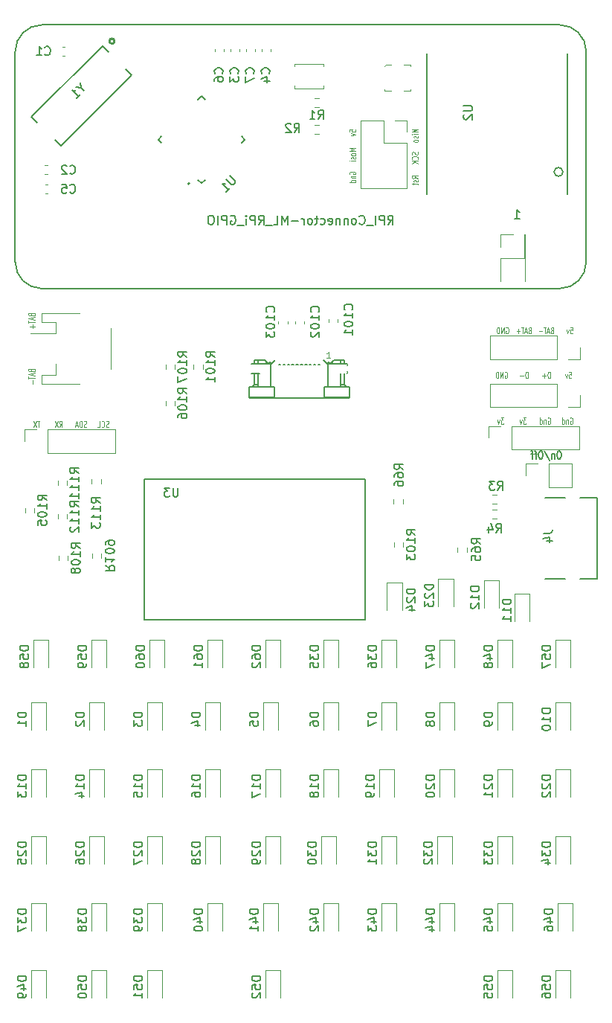
<source format=gbr>
%TF.GenerationSoftware,KiCad,Pcbnew,(5.1.12)-1*%
%TF.CreationDate,2022-02-12T22:16:26+01:00*%
%TF.ProjectId,MemoryBrakout,4d656d6f-7279-4427-9261-6b6f75742e6b,rev?*%
%TF.SameCoordinates,Original*%
%TF.FileFunction,Legend,Bot*%
%TF.FilePolarity,Positive*%
%FSLAX46Y46*%
G04 Gerber Fmt 4.6, Leading zero omitted, Abs format (unit mm)*
G04 Created by KiCad (PCBNEW (5.1.12)-1) date 2022-02-12 22:16:26*
%MOMM*%
%LPD*%
G01*
G04 APERTURE LIST*
%ADD10C,0.150000*%
%ADD11C,0.125000*%
%ADD12C,0.120000*%
%ADD13C,0.200000*%
%ADD14C,0.127000*%
%ADD15C,0.254000*%
%ADD16C,0.080000*%
G04 APERTURE END LIST*
D10*
X211219066Y-96738342D02*
X211085733Y-96738342D01*
X211019066Y-96781200D01*
X210952400Y-96866914D01*
X210919066Y-97038342D01*
X210919066Y-97338342D01*
X210952400Y-97509771D01*
X211019066Y-97595485D01*
X211085733Y-97638342D01*
X211219066Y-97638342D01*
X211285733Y-97595485D01*
X211352400Y-97509771D01*
X211385733Y-97338342D01*
X211385733Y-97038342D01*
X211352400Y-96866914D01*
X211285733Y-96781200D01*
X211219066Y-96738342D01*
X210619066Y-97038342D02*
X210619066Y-97638342D01*
X210619066Y-97124057D02*
X210585733Y-97081200D01*
X210519066Y-97038342D01*
X210419066Y-97038342D01*
X210352400Y-97081200D01*
X210319066Y-97166914D01*
X210319066Y-97638342D01*
X209485733Y-96695485D02*
X210085733Y-97852628D01*
X209119066Y-96738342D02*
X208985733Y-96738342D01*
X208919066Y-96781200D01*
X208852400Y-96866914D01*
X208819066Y-97038342D01*
X208819066Y-97338342D01*
X208852400Y-97509771D01*
X208919066Y-97595485D01*
X208985733Y-97638342D01*
X209119066Y-97638342D01*
X209185733Y-97595485D01*
X209252400Y-97509771D01*
X209285733Y-97338342D01*
X209285733Y-97038342D01*
X209252400Y-96866914D01*
X209185733Y-96781200D01*
X209119066Y-96738342D01*
X208619066Y-97038342D02*
X208352400Y-97038342D01*
X208519066Y-97638342D02*
X208519066Y-96866914D01*
X208485733Y-96781200D01*
X208419066Y-96738342D01*
X208352400Y-96738342D01*
X208219066Y-97038342D02*
X207952400Y-97038342D01*
X208119066Y-97638342D02*
X208119066Y-96866914D01*
X208085733Y-96781200D01*
X208019066Y-96738342D01*
X207952400Y-96738342D01*
D11*
X151076428Y-87586428D02*
X151112142Y-87657857D01*
X151147857Y-87681666D01*
X151219285Y-87705476D01*
X151326428Y-87705476D01*
X151397857Y-87681666D01*
X151433571Y-87657857D01*
X151469285Y-87610238D01*
X151469285Y-87419761D01*
X150719285Y-87419761D01*
X150719285Y-87586428D01*
X150755000Y-87634047D01*
X150790714Y-87657857D01*
X150862142Y-87681666D01*
X150933571Y-87681666D01*
X151005000Y-87657857D01*
X151040714Y-87634047D01*
X151076428Y-87586428D01*
X151076428Y-87419761D01*
X151255000Y-87895952D02*
X151255000Y-88134047D01*
X151469285Y-87848333D02*
X150719285Y-88015000D01*
X151469285Y-88181666D01*
X150719285Y-88276904D02*
X150719285Y-88562619D01*
X151469285Y-88419761D02*
X150719285Y-88419761D01*
X151183571Y-88729285D02*
X151183571Y-89110238D01*
X151076428Y-81236428D02*
X151112142Y-81307857D01*
X151147857Y-81331666D01*
X151219285Y-81355476D01*
X151326428Y-81355476D01*
X151397857Y-81331666D01*
X151433571Y-81307857D01*
X151469285Y-81260238D01*
X151469285Y-81069761D01*
X150719285Y-81069761D01*
X150719285Y-81236428D01*
X150755000Y-81284047D01*
X150790714Y-81307857D01*
X150862142Y-81331666D01*
X150933571Y-81331666D01*
X151005000Y-81307857D01*
X151040714Y-81284047D01*
X151076428Y-81236428D01*
X151076428Y-81069761D01*
X151255000Y-81545952D02*
X151255000Y-81784047D01*
X151469285Y-81498333D02*
X150719285Y-81665000D01*
X151469285Y-81831666D01*
X150719285Y-81926904D02*
X150719285Y-82212619D01*
X151469285Y-82069761D02*
X150719285Y-82069761D01*
X151183571Y-82379285D02*
X151183571Y-82760238D01*
X151469285Y-82569761D02*
X150897857Y-82569761D01*
X210355571Y-83004428D02*
X210284142Y-83040142D01*
X210260333Y-83075857D01*
X210236523Y-83147285D01*
X210236523Y-83254428D01*
X210260333Y-83325857D01*
X210284142Y-83361571D01*
X210331761Y-83397285D01*
X210522238Y-83397285D01*
X210522238Y-82647285D01*
X210355571Y-82647285D01*
X210307952Y-82683000D01*
X210284142Y-82718714D01*
X210260333Y-82790142D01*
X210260333Y-82861571D01*
X210284142Y-82933000D01*
X210307952Y-82968714D01*
X210355571Y-83004428D01*
X210522238Y-83004428D01*
X210046047Y-83183000D02*
X209807952Y-83183000D01*
X210093666Y-83397285D02*
X209927000Y-82647285D01*
X209760333Y-83397285D01*
X209665095Y-82647285D02*
X209379380Y-82647285D01*
X209522238Y-83397285D02*
X209522238Y-82647285D01*
X209212714Y-83111571D02*
X208831761Y-83111571D01*
X207815571Y-83004428D02*
X207744142Y-83040142D01*
X207720333Y-83075857D01*
X207696523Y-83147285D01*
X207696523Y-83254428D01*
X207720333Y-83325857D01*
X207744142Y-83361571D01*
X207791761Y-83397285D01*
X207982238Y-83397285D01*
X207982238Y-82647285D01*
X207815571Y-82647285D01*
X207767952Y-82683000D01*
X207744142Y-82718714D01*
X207720333Y-82790142D01*
X207720333Y-82861571D01*
X207744142Y-82933000D01*
X207767952Y-82968714D01*
X207815571Y-83004428D01*
X207982238Y-83004428D01*
X207506047Y-83183000D02*
X207267952Y-83183000D01*
X207553666Y-83397285D02*
X207387000Y-82647285D01*
X207220333Y-83397285D01*
X207125095Y-82647285D02*
X206839380Y-82647285D01*
X206982238Y-83397285D02*
X206982238Y-82647285D01*
X206672714Y-83111571D02*
X206291761Y-83111571D01*
X206482238Y-83397285D02*
X206482238Y-82825857D01*
X212415428Y-82647285D02*
X212653523Y-82647285D01*
X212677333Y-83004428D01*
X212653523Y-82968714D01*
X212605904Y-82933000D01*
X212486857Y-82933000D01*
X212439238Y-82968714D01*
X212415428Y-83004428D01*
X212391619Y-83075857D01*
X212391619Y-83254428D01*
X212415428Y-83325857D01*
X212439238Y-83361571D01*
X212486857Y-83397285D01*
X212605904Y-83397285D01*
X212653523Y-83361571D01*
X212677333Y-83325857D01*
X212224952Y-82897285D02*
X212105904Y-83397285D01*
X211986857Y-82897285D01*
X205104952Y-82683000D02*
X205152571Y-82647285D01*
X205224000Y-82647285D01*
X205295428Y-82683000D01*
X205343047Y-82754428D01*
X205366857Y-82825857D01*
X205390666Y-82968714D01*
X205390666Y-83075857D01*
X205366857Y-83218714D01*
X205343047Y-83290142D01*
X205295428Y-83361571D01*
X205224000Y-83397285D01*
X205176380Y-83397285D01*
X205104952Y-83361571D01*
X205081142Y-83325857D01*
X205081142Y-83075857D01*
X205176380Y-83075857D01*
X204866857Y-83397285D02*
X204866857Y-82647285D01*
X204581142Y-83397285D01*
X204581142Y-82647285D01*
X204343047Y-83397285D02*
X204343047Y-82647285D01*
X204224000Y-82647285D01*
X204152571Y-82683000D01*
X204104952Y-82754428D01*
X204081142Y-82825857D01*
X204057333Y-82968714D01*
X204057333Y-83075857D01*
X204081142Y-83218714D01*
X204104952Y-83290142D01*
X204152571Y-83361571D01*
X204224000Y-83397285D01*
X204343047Y-83397285D01*
X195106485Y-60118714D02*
X194356485Y-60118714D01*
X194892200Y-60285380D01*
X194356485Y-60452047D01*
X195106485Y-60452047D01*
X195106485Y-60690142D02*
X194606485Y-60690142D01*
X194356485Y-60690142D02*
X194392200Y-60666333D01*
X194427914Y-60690142D01*
X194392200Y-60713952D01*
X194356485Y-60690142D01*
X194427914Y-60690142D01*
X195070771Y-60904428D02*
X195106485Y-60952047D01*
X195106485Y-61047285D01*
X195070771Y-61094904D01*
X194999342Y-61118714D01*
X194963628Y-61118714D01*
X194892200Y-61094904D01*
X194856485Y-61047285D01*
X194856485Y-60975857D01*
X194820771Y-60928238D01*
X194749342Y-60904428D01*
X194713628Y-60904428D01*
X194642200Y-60928238D01*
X194606485Y-60975857D01*
X194606485Y-61047285D01*
X194642200Y-61094904D01*
X195106485Y-61404428D02*
X195070771Y-61356809D01*
X195035057Y-61333000D01*
X194963628Y-61309190D01*
X194749342Y-61309190D01*
X194677914Y-61333000D01*
X194642200Y-61356809D01*
X194606485Y-61404428D01*
X194606485Y-61475857D01*
X194642200Y-61523476D01*
X194677914Y-61547285D01*
X194749342Y-61571095D01*
X194963628Y-61571095D01*
X195035057Y-61547285D01*
X195070771Y-61523476D01*
X195106485Y-61475857D01*
X195106485Y-61404428D01*
X195070771Y-62730142D02*
X195106485Y-62801571D01*
X195106485Y-62920619D01*
X195070771Y-62968238D01*
X195035057Y-62992047D01*
X194963628Y-63015857D01*
X194892200Y-63015857D01*
X194820771Y-62992047D01*
X194785057Y-62968238D01*
X194749342Y-62920619D01*
X194713628Y-62825380D01*
X194677914Y-62777761D01*
X194642200Y-62753952D01*
X194570771Y-62730142D01*
X194499342Y-62730142D01*
X194427914Y-62753952D01*
X194392200Y-62777761D01*
X194356485Y-62825380D01*
X194356485Y-62944428D01*
X194392200Y-63015857D01*
X195035057Y-63515857D02*
X195070771Y-63492047D01*
X195106485Y-63420619D01*
X195106485Y-63373000D01*
X195070771Y-63301571D01*
X194999342Y-63253952D01*
X194927914Y-63230142D01*
X194785057Y-63206333D01*
X194677914Y-63206333D01*
X194535057Y-63230142D01*
X194463628Y-63253952D01*
X194392200Y-63301571D01*
X194356485Y-63373000D01*
X194356485Y-63420619D01*
X194392200Y-63492047D01*
X194427914Y-63515857D01*
X195106485Y-63730142D02*
X194356485Y-63730142D01*
X195106485Y-64015857D02*
X194677914Y-63801571D01*
X194356485Y-64015857D02*
X194785057Y-63730142D01*
X195106485Y-65722523D02*
X194749342Y-65555857D01*
X195106485Y-65436809D02*
X194356485Y-65436809D01*
X194356485Y-65627285D01*
X194392200Y-65674904D01*
X194427914Y-65698714D01*
X194499342Y-65722523D01*
X194606485Y-65722523D01*
X194677914Y-65698714D01*
X194713628Y-65674904D01*
X194749342Y-65627285D01*
X194749342Y-65436809D01*
X195070771Y-65913000D02*
X195106485Y-65960619D01*
X195106485Y-66055857D01*
X195070771Y-66103476D01*
X194999342Y-66127285D01*
X194963628Y-66127285D01*
X194892200Y-66103476D01*
X194856485Y-66055857D01*
X194856485Y-65984428D01*
X194820771Y-65936809D01*
X194749342Y-65913000D01*
X194713628Y-65913000D01*
X194642200Y-65936809D01*
X194606485Y-65984428D01*
X194606485Y-66055857D01*
X194642200Y-66103476D01*
X194606485Y-66270142D02*
X194606485Y-66460619D01*
X194356485Y-66341571D02*
X194999342Y-66341571D01*
X195070771Y-66365380D01*
X195106485Y-66413000D01*
X195106485Y-66460619D01*
X187244485Y-60405971D02*
X187244485Y-60167876D01*
X187601628Y-60144066D01*
X187565914Y-60167876D01*
X187530200Y-60215495D01*
X187530200Y-60334542D01*
X187565914Y-60382161D01*
X187601628Y-60405971D01*
X187673057Y-60429780D01*
X187851628Y-60429780D01*
X187923057Y-60405971D01*
X187958771Y-60382161D01*
X187994485Y-60334542D01*
X187994485Y-60215495D01*
X187958771Y-60167876D01*
X187923057Y-60144066D01*
X187494485Y-60596447D02*
X187994485Y-60715495D01*
X187494485Y-60834542D01*
X187994485Y-62303114D02*
X187244485Y-62303114D01*
X187780200Y-62469780D01*
X187244485Y-62636447D01*
X187994485Y-62636447D01*
X187994485Y-62945971D02*
X187958771Y-62898352D01*
X187923057Y-62874542D01*
X187851628Y-62850733D01*
X187637342Y-62850733D01*
X187565914Y-62874542D01*
X187530200Y-62898352D01*
X187494485Y-62945971D01*
X187494485Y-63017400D01*
X187530200Y-63065019D01*
X187565914Y-63088828D01*
X187637342Y-63112638D01*
X187851628Y-63112638D01*
X187923057Y-63088828D01*
X187958771Y-63065019D01*
X187994485Y-63017400D01*
X187994485Y-62945971D01*
X187958771Y-63303114D02*
X187994485Y-63350733D01*
X187994485Y-63445971D01*
X187958771Y-63493590D01*
X187887342Y-63517400D01*
X187851628Y-63517400D01*
X187780200Y-63493590D01*
X187744485Y-63445971D01*
X187744485Y-63374542D01*
X187708771Y-63326923D01*
X187637342Y-63303114D01*
X187601628Y-63303114D01*
X187530200Y-63326923D01*
X187494485Y-63374542D01*
X187494485Y-63445971D01*
X187530200Y-63493590D01*
X187994485Y-63731685D02*
X187494485Y-63731685D01*
X187244485Y-63731685D02*
X187280200Y-63707876D01*
X187315914Y-63731685D01*
X187280200Y-63755495D01*
X187244485Y-63731685D01*
X187315914Y-63731685D01*
X187280200Y-65235971D02*
X187244485Y-65188352D01*
X187244485Y-65116923D01*
X187280200Y-65045495D01*
X187351628Y-64997876D01*
X187423057Y-64974066D01*
X187565914Y-64950257D01*
X187673057Y-64950257D01*
X187815914Y-64974066D01*
X187887342Y-64997876D01*
X187958771Y-65045495D01*
X187994485Y-65116923D01*
X187994485Y-65164542D01*
X187958771Y-65235971D01*
X187923057Y-65259780D01*
X187673057Y-65259780D01*
X187673057Y-65164542D01*
X187494485Y-65474066D02*
X187994485Y-65474066D01*
X187565914Y-65474066D02*
X187530200Y-65497876D01*
X187494485Y-65545495D01*
X187494485Y-65616923D01*
X187530200Y-65664542D01*
X187601628Y-65688352D01*
X187994485Y-65688352D01*
X187994485Y-66140733D02*
X187244485Y-66140733D01*
X187958771Y-66140733D02*
X187994485Y-66093114D01*
X187994485Y-65997876D01*
X187958771Y-65950257D01*
X187923057Y-65926447D01*
X187851628Y-65902638D01*
X187637342Y-65902638D01*
X187565914Y-65926447D01*
X187530200Y-65950257D01*
X187494485Y-65997876D01*
X187494485Y-66093114D01*
X187530200Y-66140733D01*
X210117476Y-88477285D02*
X210117476Y-87727285D01*
X209998428Y-87727285D01*
X209927000Y-87763000D01*
X209879380Y-87834428D01*
X209855571Y-87905857D01*
X209831761Y-88048714D01*
X209831761Y-88155857D01*
X209855571Y-88298714D01*
X209879380Y-88370142D01*
X209927000Y-88441571D01*
X209998428Y-88477285D01*
X210117476Y-88477285D01*
X209617476Y-88191571D02*
X209236523Y-88191571D01*
X209427000Y-88477285D02*
X209427000Y-87905857D01*
X207577476Y-88477285D02*
X207577476Y-87727285D01*
X207458428Y-87727285D01*
X207387000Y-87763000D01*
X207339380Y-87834428D01*
X207315571Y-87905857D01*
X207291761Y-88048714D01*
X207291761Y-88155857D01*
X207315571Y-88298714D01*
X207339380Y-88370142D01*
X207387000Y-88441571D01*
X207458428Y-88477285D01*
X207577476Y-88477285D01*
X207077476Y-88191571D02*
X206696523Y-88191571D01*
X204977952Y-87763000D02*
X205025571Y-87727285D01*
X205097000Y-87727285D01*
X205168428Y-87763000D01*
X205216047Y-87834428D01*
X205239857Y-87905857D01*
X205263666Y-88048714D01*
X205263666Y-88155857D01*
X205239857Y-88298714D01*
X205216047Y-88370142D01*
X205168428Y-88441571D01*
X205097000Y-88477285D01*
X205049380Y-88477285D01*
X204977952Y-88441571D01*
X204954142Y-88405857D01*
X204954142Y-88155857D01*
X205049380Y-88155857D01*
X204739857Y-88477285D02*
X204739857Y-87727285D01*
X204454142Y-88477285D01*
X204454142Y-87727285D01*
X204216047Y-88477285D02*
X204216047Y-87727285D01*
X204097000Y-87727285D01*
X204025571Y-87763000D01*
X203977952Y-87834428D01*
X203954142Y-87905857D01*
X203930333Y-88048714D01*
X203930333Y-88155857D01*
X203954142Y-88298714D01*
X203977952Y-88370142D01*
X204025571Y-88441571D01*
X204097000Y-88477285D01*
X204216047Y-88477285D01*
X212288428Y-87727285D02*
X212526523Y-87727285D01*
X212550333Y-88084428D01*
X212526523Y-88048714D01*
X212478904Y-88013000D01*
X212359857Y-88013000D01*
X212312238Y-88048714D01*
X212288428Y-88084428D01*
X212264619Y-88155857D01*
X212264619Y-88334428D01*
X212288428Y-88405857D01*
X212312238Y-88441571D01*
X212359857Y-88477285D01*
X212478904Y-88477285D01*
X212526523Y-88441571D01*
X212550333Y-88405857D01*
X212097952Y-87977285D02*
X211978904Y-88477285D01*
X211859857Y-87977285D01*
X212411428Y-92970000D02*
X212459047Y-92934285D01*
X212530476Y-92934285D01*
X212601904Y-92970000D01*
X212649523Y-93041428D01*
X212673333Y-93112857D01*
X212697142Y-93255714D01*
X212697142Y-93362857D01*
X212673333Y-93505714D01*
X212649523Y-93577142D01*
X212601904Y-93648571D01*
X212530476Y-93684285D01*
X212482857Y-93684285D01*
X212411428Y-93648571D01*
X212387619Y-93612857D01*
X212387619Y-93362857D01*
X212482857Y-93362857D01*
X212173333Y-93184285D02*
X212173333Y-93684285D01*
X212173333Y-93255714D02*
X212149523Y-93220000D01*
X212101904Y-93184285D01*
X212030476Y-93184285D01*
X211982857Y-93220000D01*
X211959047Y-93291428D01*
X211959047Y-93684285D01*
X211506666Y-93684285D02*
X211506666Y-92934285D01*
X211506666Y-93648571D02*
X211554285Y-93684285D01*
X211649523Y-93684285D01*
X211697142Y-93648571D01*
X211720952Y-93612857D01*
X211744761Y-93541428D01*
X211744761Y-93327142D01*
X211720952Y-93255714D01*
X211697142Y-93220000D01*
X211649523Y-93184285D01*
X211554285Y-93184285D01*
X211506666Y-93220000D01*
X209871428Y-92970000D02*
X209919047Y-92934285D01*
X209990476Y-92934285D01*
X210061904Y-92970000D01*
X210109523Y-93041428D01*
X210133333Y-93112857D01*
X210157142Y-93255714D01*
X210157142Y-93362857D01*
X210133333Y-93505714D01*
X210109523Y-93577142D01*
X210061904Y-93648571D01*
X209990476Y-93684285D01*
X209942857Y-93684285D01*
X209871428Y-93648571D01*
X209847619Y-93612857D01*
X209847619Y-93362857D01*
X209942857Y-93362857D01*
X209633333Y-93184285D02*
X209633333Y-93684285D01*
X209633333Y-93255714D02*
X209609523Y-93220000D01*
X209561904Y-93184285D01*
X209490476Y-93184285D01*
X209442857Y-93220000D01*
X209419047Y-93291428D01*
X209419047Y-93684285D01*
X208966666Y-93684285D02*
X208966666Y-92934285D01*
X208966666Y-93648571D02*
X209014285Y-93684285D01*
X209109523Y-93684285D01*
X209157142Y-93648571D01*
X209180952Y-93612857D01*
X209204761Y-93541428D01*
X209204761Y-93327142D01*
X209180952Y-93255714D01*
X209157142Y-93220000D01*
X209109523Y-93184285D01*
X209014285Y-93184285D01*
X208966666Y-93220000D01*
X204827142Y-92934285D02*
X204517619Y-92934285D01*
X204684285Y-93220000D01*
X204612857Y-93220000D01*
X204565238Y-93255714D01*
X204541428Y-93291428D01*
X204517619Y-93362857D01*
X204517619Y-93541428D01*
X204541428Y-93612857D01*
X204565238Y-93648571D01*
X204612857Y-93684285D01*
X204755714Y-93684285D01*
X204803333Y-93648571D01*
X204827142Y-93612857D01*
X204350952Y-93184285D02*
X204231904Y-93684285D01*
X204112857Y-93184285D01*
X207367142Y-92934285D02*
X207057619Y-92934285D01*
X207224285Y-93220000D01*
X207152857Y-93220000D01*
X207105238Y-93255714D01*
X207081428Y-93291428D01*
X207057619Y-93362857D01*
X207057619Y-93541428D01*
X207081428Y-93612857D01*
X207105238Y-93648571D01*
X207152857Y-93684285D01*
X207295714Y-93684285D01*
X207343333Y-93648571D01*
X207367142Y-93612857D01*
X206890952Y-93184285D02*
X206771904Y-93684285D01*
X206652857Y-93184285D01*
X159853238Y-94029571D02*
X159781809Y-94065285D01*
X159662761Y-94065285D01*
X159615142Y-94029571D01*
X159591333Y-93993857D01*
X159567523Y-93922428D01*
X159567523Y-93851000D01*
X159591333Y-93779571D01*
X159615142Y-93743857D01*
X159662761Y-93708142D01*
X159758000Y-93672428D01*
X159805619Y-93636714D01*
X159829428Y-93601000D01*
X159853238Y-93529571D01*
X159853238Y-93458142D01*
X159829428Y-93386714D01*
X159805619Y-93351000D01*
X159758000Y-93315285D01*
X159638952Y-93315285D01*
X159567523Y-93351000D01*
X159067523Y-93993857D02*
X159091333Y-94029571D01*
X159162761Y-94065285D01*
X159210380Y-94065285D01*
X159281809Y-94029571D01*
X159329428Y-93958142D01*
X159353238Y-93886714D01*
X159377047Y-93743857D01*
X159377047Y-93636714D01*
X159353238Y-93493857D01*
X159329428Y-93422428D01*
X159281809Y-93351000D01*
X159210380Y-93315285D01*
X159162761Y-93315285D01*
X159091333Y-93351000D01*
X159067523Y-93386714D01*
X158615142Y-94065285D02*
X158853238Y-94065285D01*
X158853238Y-93315285D01*
X157325142Y-94029571D02*
X157253714Y-94065285D01*
X157134666Y-94065285D01*
X157087047Y-94029571D01*
X157063238Y-93993857D01*
X157039428Y-93922428D01*
X157039428Y-93851000D01*
X157063238Y-93779571D01*
X157087047Y-93743857D01*
X157134666Y-93708142D01*
X157229904Y-93672428D01*
X157277523Y-93636714D01*
X157301333Y-93601000D01*
X157325142Y-93529571D01*
X157325142Y-93458142D01*
X157301333Y-93386714D01*
X157277523Y-93351000D01*
X157229904Y-93315285D01*
X157110857Y-93315285D01*
X157039428Y-93351000D01*
X156825142Y-94065285D02*
X156825142Y-93315285D01*
X156706095Y-93315285D01*
X156634666Y-93351000D01*
X156587047Y-93422428D01*
X156563238Y-93493857D01*
X156539428Y-93636714D01*
X156539428Y-93743857D01*
X156563238Y-93886714D01*
X156587047Y-93958142D01*
X156634666Y-94029571D01*
X156706095Y-94065285D01*
X156825142Y-94065285D01*
X156348952Y-93851000D02*
X156110857Y-93851000D01*
X156396571Y-94065285D02*
X156229904Y-93315285D01*
X156063238Y-94065285D01*
X154261333Y-94065285D02*
X154428000Y-93708142D01*
X154547047Y-94065285D02*
X154547047Y-93315285D01*
X154356571Y-93315285D01*
X154308952Y-93351000D01*
X154285142Y-93386714D01*
X154261333Y-93458142D01*
X154261333Y-93565285D01*
X154285142Y-93636714D01*
X154308952Y-93672428D01*
X154356571Y-93708142D01*
X154547047Y-93708142D01*
X154094666Y-93315285D02*
X153761333Y-94065285D01*
X153761333Y-93315285D02*
X154094666Y-94065285D01*
X152018952Y-93315285D02*
X151733238Y-93315285D01*
X151876095Y-94065285D02*
X151876095Y-93315285D01*
X151614190Y-93315285D02*
X151280857Y-94065285D01*
X151280857Y-93315285D02*
X151614190Y-94065285D01*
D12*
%TO.C,C101*%
X185930000Y-82061267D02*
X185930000Y-81768733D01*
X184910000Y-82061267D02*
X184910000Y-81768733D01*
%TO.C,C102*%
X181100000Y-82288767D02*
X181100000Y-81996233D01*
X182120000Y-82288767D02*
X182120000Y-81996233D01*
%TO.C,C103*%
X180215000Y-82288767D02*
X180215000Y-81996233D01*
X179195000Y-82288767D02*
X179195000Y-81996233D01*
D10*
%TO.C,J1*%
X149225000Y-51260000D02*
X149225000Y-75260000D01*
X211225000Y-48260000D02*
X152225000Y-48260000D01*
X152225000Y-78260000D02*
X211225000Y-78260000D01*
X214225000Y-75260000D02*
X214225000Y-51260000D01*
D12*
X207275000Y-72120000D02*
X207275000Y-77440000D01*
X204495000Y-77440000D02*
X204495000Y-74780000D01*
X204495000Y-74780000D02*
X207155000Y-74780000D01*
X207155000Y-74780000D02*
X207155000Y-72120000D01*
X205885000Y-72120000D02*
X204495000Y-72120000D01*
X204495000Y-72120000D02*
X204495000Y-73510000D01*
D10*
X214225000Y-75260000D02*
G75*
G02*
X211225000Y-78260000I-3000000J0D01*
G01*
X211225000Y-48260000D02*
G75*
G02*
X214225000Y-51260000I0J-3000000D01*
G01*
X149225000Y-51260000D02*
G75*
G02*
X152225000Y-48260000I3000000J0D01*
G01*
X152225000Y-78260000D02*
G75*
G02*
X149225000Y-75260000I0J3000000D01*
G01*
D12*
%TO.C,J104*%
X150308000Y-94301000D02*
X150308000Y-95631000D01*
X151638000Y-94301000D02*
X150308000Y-94301000D01*
X152908000Y-94301000D02*
X152908000Y-96961000D01*
X152908000Y-96961000D02*
X160588000Y-96961000D01*
X152908000Y-94301000D02*
X160588000Y-94301000D01*
X160588000Y-94301000D02*
X160588000Y-96961000D01*
%TO.C,J105*%
X213420000Y-93920000D02*
X213420000Y-96580000D01*
X205740000Y-93920000D02*
X213420000Y-93920000D01*
X205740000Y-96580000D02*
X213420000Y-96580000D01*
X205740000Y-93920000D02*
X205740000Y-96580000D01*
X204470000Y-93920000D02*
X203140000Y-93920000D01*
X203140000Y-93920000D02*
X203140000Y-95250000D01*
%TO.C,R101*%
X169530500Y-87400224D02*
X169530500Y-86890776D01*
X170575500Y-87400224D02*
X170575500Y-86890776D01*
%TO.C,R103*%
X193410500Y-107643724D02*
X193410500Y-107134276D01*
X192365500Y-107643724D02*
X192365500Y-107134276D01*
%TO.C,R105*%
X151423500Y-103731724D02*
X151423500Y-103222276D01*
X150378500Y-103731724D02*
X150378500Y-103222276D01*
%TO.C,R106*%
X166355500Y-91567724D02*
X166355500Y-91058276D01*
X167400500Y-91567724D02*
X167400500Y-91058276D01*
%TO.C,R107*%
X167400500Y-87400224D02*
X167400500Y-86890776D01*
X166355500Y-87400224D02*
X166355500Y-86890776D01*
%TO.C,R108*%
X155233500Y-109169724D02*
X155233500Y-108660276D01*
X154188500Y-109169724D02*
X154188500Y-108660276D01*
%TO.C,R109*%
X157998500Y-108891724D02*
X157998500Y-108382276D01*
X159043500Y-108891724D02*
X159043500Y-108382276D01*
%TO.C,R111*%
X155106500Y-100660724D02*
X155106500Y-100151276D01*
X154061500Y-100660724D02*
X154061500Y-100151276D01*
%TO.C,R112*%
X154061500Y-104470724D02*
X154061500Y-103961276D01*
X155106500Y-104470724D02*
X155106500Y-103961276D01*
%TO.C,R113*%
X157922500Y-100484724D02*
X157922500Y-99975276D01*
X158967500Y-100484724D02*
X158967500Y-99975276D01*
D13*
%TO.C,U101*%
X184370200Y-89423600D02*
X187270200Y-89423600D01*
X175870200Y-89423600D02*
X178770200Y-89423600D01*
X183420200Y-86923600D02*
X183220200Y-86923600D01*
X181420200Y-86923600D02*
X181220200Y-86923600D01*
X177940200Y-86723600D02*
X177940200Y-86823600D01*
X185500200Y-86423600D02*
X186720200Y-86423600D01*
X179920200Y-86923600D02*
X179720200Y-86923600D01*
X186270200Y-86423600D02*
X186270200Y-86823600D01*
X176870200Y-86423600D02*
X176870200Y-86823600D01*
X180920200Y-86923600D02*
X180720200Y-86923600D01*
X178340200Y-89423600D02*
X178340200Y-86623600D01*
X181920200Y-86923600D02*
X181720200Y-86923600D01*
X185200200Y-86823600D02*
X185200200Y-86723600D01*
X178840200Y-86423600D02*
X178340200Y-86923600D01*
X177790200Y-86823600D02*
X177790200Y-86573600D01*
X185350200Y-86573600D02*
X185350200Y-86823600D01*
X182420200Y-86923600D02*
X182220200Y-86923600D01*
X182920200Y-86923600D02*
X182720200Y-86923600D01*
X184800200Y-86923600D02*
X184300200Y-86423600D01*
X186270200Y-87923600D02*
X186270200Y-89423600D01*
X183920200Y-86923600D02*
X183720200Y-86923600D01*
X176420200Y-86423600D02*
X177640200Y-86423600D01*
X178770200Y-90723600D02*
X178770200Y-89423600D01*
X184370200Y-90723600D02*
X184370200Y-89423600D01*
X180420200Y-86923600D02*
X180220200Y-86923600D01*
X184800200Y-86623600D02*
X184800200Y-89423600D01*
X185500200Y-86423600D02*
X185200200Y-86723600D01*
X179420200Y-86923600D02*
X179220200Y-86923600D01*
X177940200Y-86723600D02*
X177640200Y-86423600D01*
X176870200Y-87923600D02*
X176870200Y-89423600D01*
X176420200Y-89173600D02*
X176870200Y-89173600D01*
X186270200Y-89173600D02*
X186720200Y-89173600D01*
X187000200Y-86823600D02*
X184800200Y-86823600D01*
X184370200Y-90623600D02*
X187270200Y-90623600D01*
X176420200Y-86823600D02*
X176420200Y-86423600D01*
X175870200Y-90623600D02*
X178770200Y-90623600D01*
X176420200Y-87923600D02*
X176420200Y-89173600D01*
X175970200Y-90723600D02*
X187170200Y-90723600D01*
X178140200Y-86623600D02*
X178340200Y-86623600D01*
X178140200Y-86623600D02*
X178140200Y-86823600D01*
X185000200Y-86823600D02*
X185000200Y-86623600D01*
X187270200Y-90623600D02*
X187270200Y-89423600D01*
X186720200Y-86423600D02*
X186720200Y-86823600D01*
X176140200Y-87923600D02*
X177040200Y-87923600D01*
X186720200Y-87923600D02*
X186720200Y-89173600D01*
X175870200Y-90623600D02*
X175870200Y-89423600D01*
X185000200Y-86623600D02*
X184800200Y-86623600D01*
X176140200Y-86823600D02*
X178340200Y-86823600D01*
X178770199Y-90623600D02*
G75*
G02*
X178670200Y-90723599I-99999J0D01*
G01*
X187270199Y-90623600D02*
G75*
G02*
X187170200Y-90723599I-99999J0D01*
G01*
X187021030Y-87725684D02*
G75*
G02*
X187000722Y-87923600I-20308J-97916D01*
G01*
X187000201Y-86823600D02*
G75*
G02*
X187020621Y-87021493I-1J-100000D01*
G01*
X184470200Y-90723600D02*
G75*
G02*
X184370200Y-90623600I0J100000D01*
G01*
X186970200Y-89423601D02*
G75*
G02*
X186720199Y-89173600I0J250001D01*
G01*
X175970200Y-90723599D02*
G75*
G02*
X175870201Y-90623600I0J99999D01*
G01*
X176420200Y-89173600D02*
G75*
G02*
X176170200Y-89423600I-250000J0D01*
G01*
D12*
%TO.C,C1*%
X154864580Y-51767200D02*
X154583420Y-51767200D01*
X154864580Y-50747200D02*
X154583420Y-50747200D01*
%TO.C,C2*%
X152883580Y-65280000D02*
X152602420Y-65280000D01*
X152883580Y-64260000D02*
X152602420Y-64260000D01*
%TO.C,C3*%
X173709000Y-51296180D02*
X173709000Y-51015020D01*
X174729000Y-51296180D02*
X174729000Y-51015020D01*
%TO.C,C4*%
X178285000Y-51309180D02*
X178285000Y-51028020D01*
X177265000Y-51309180D02*
X177265000Y-51028020D01*
%TO.C,C5*%
X152615420Y-67464400D02*
X152896580Y-67464400D01*
X152615420Y-66444400D02*
X152896580Y-66444400D01*
%TO.C,C6*%
X172951000Y-51309180D02*
X172951000Y-51028020D01*
X171931000Y-51309180D02*
X171931000Y-51028020D01*
%TO.C,C7*%
X176507000Y-51309180D02*
X176507000Y-51028020D01*
X175487000Y-51309180D02*
X175487000Y-51028020D01*
%TO.C,D1*%
X151042000Y-125354000D02*
X152742000Y-125354000D01*
X152742000Y-125354000D02*
X152742000Y-128504000D01*
X151042000Y-125354000D02*
X151042000Y-128504000D01*
%TO.C,D2*%
X157646000Y-125354000D02*
X159346000Y-125354000D01*
X159346000Y-125354000D02*
X159346000Y-128504000D01*
X157646000Y-125354000D02*
X157646000Y-128504000D01*
%TO.C,D3*%
X164250000Y-125354000D02*
X164250000Y-128504000D01*
X165950000Y-125354000D02*
X165950000Y-128504000D01*
X164250000Y-125354000D02*
X165950000Y-125354000D01*
%TO.C,D4*%
X170854000Y-125354000D02*
X172554000Y-125354000D01*
X172554000Y-125354000D02*
X172554000Y-128504000D01*
X170854000Y-125354000D02*
X170854000Y-128504000D01*
%TO.C,D5*%
X177458000Y-125354000D02*
X177458000Y-128504000D01*
X179158000Y-125354000D02*
X179158000Y-128504000D01*
X177458000Y-125354000D02*
X179158000Y-125354000D01*
%TO.C,D6*%
X184316000Y-125354000D02*
X186016000Y-125354000D01*
X186016000Y-125354000D02*
X186016000Y-128504000D01*
X184316000Y-125354000D02*
X184316000Y-128504000D01*
%TO.C,D7*%
X190920000Y-125354000D02*
X190920000Y-128504000D01*
X192620000Y-125354000D02*
X192620000Y-128504000D01*
X190920000Y-125354000D02*
X192620000Y-125354000D01*
%TO.C,D8*%
X197524000Y-125354000D02*
X199224000Y-125354000D01*
X199224000Y-125354000D02*
X199224000Y-128504000D01*
X197524000Y-125354000D02*
X197524000Y-128504000D01*
%TO.C,D9*%
X204128000Y-125354000D02*
X204128000Y-128504000D01*
X205828000Y-125354000D02*
X205828000Y-128504000D01*
X204128000Y-125354000D02*
X205828000Y-125354000D01*
%TO.C,D10*%
X210732000Y-125374000D02*
X212432000Y-125374000D01*
X212432000Y-125374000D02*
X212432000Y-128524000D01*
X210732000Y-125374000D02*
X210732000Y-128524000D01*
%TO.C,D11*%
X206058000Y-112979000D02*
X206058000Y-116129000D01*
X207758000Y-112979000D02*
X207758000Y-116129000D01*
X206058000Y-112979000D02*
X207758000Y-112979000D01*
%TO.C,D12*%
X202604000Y-111491000D02*
X202604000Y-114641000D01*
X204304000Y-111491000D02*
X204304000Y-114641000D01*
X202604000Y-111491000D02*
X204304000Y-111491000D01*
%TO.C,D13*%
X151042000Y-132974000D02*
X152742000Y-132974000D01*
X152742000Y-132974000D02*
X152742000Y-136124000D01*
X151042000Y-132974000D02*
X151042000Y-136124000D01*
%TO.C,D14*%
X157646000Y-132974000D02*
X157646000Y-136124000D01*
X159346000Y-132974000D02*
X159346000Y-136124000D01*
X157646000Y-132974000D02*
X159346000Y-132974000D01*
%TO.C,D15*%
X164250000Y-132974000D02*
X165950000Y-132974000D01*
X165950000Y-132974000D02*
X165950000Y-136124000D01*
X164250000Y-132974000D02*
X164250000Y-136124000D01*
%TO.C,D16*%
X170854000Y-132974000D02*
X170854000Y-136124000D01*
X172554000Y-132974000D02*
X172554000Y-136124000D01*
X170854000Y-132974000D02*
X172554000Y-132974000D01*
%TO.C,D17*%
X177712000Y-132974000D02*
X179412000Y-132974000D01*
X179412000Y-132974000D02*
X179412000Y-136124000D01*
X177712000Y-132974000D02*
X177712000Y-136124000D01*
%TO.C,D18*%
X184316000Y-132974000D02*
X184316000Y-136124000D01*
X186016000Y-132974000D02*
X186016000Y-136124000D01*
X184316000Y-132974000D02*
X186016000Y-132974000D01*
%TO.C,D19*%
X190666000Y-132974000D02*
X192366000Y-132974000D01*
X192366000Y-132974000D02*
X192366000Y-136124000D01*
X190666000Y-132974000D02*
X190666000Y-136124000D01*
%TO.C,D20*%
X197524000Y-132974000D02*
X199224000Y-132974000D01*
X199224000Y-132974000D02*
X199224000Y-136124000D01*
X197524000Y-132974000D02*
X197524000Y-136124000D01*
%TO.C,D21*%
X204128000Y-132974000D02*
X204128000Y-136124000D01*
X205828000Y-132974000D02*
X205828000Y-136124000D01*
X204128000Y-132974000D02*
X205828000Y-132974000D01*
%TO.C,D22*%
X210732000Y-132974000D02*
X210732000Y-136124000D01*
X212432000Y-132974000D02*
X212432000Y-136124000D01*
X210732000Y-132974000D02*
X212432000Y-132974000D01*
%TO.C,D23*%
X197397000Y-111277000D02*
X197397000Y-114427000D01*
X199097000Y-111277000D02*
X199097000Y-114427000D01*
X197397000Y-111277000D02*
X199097000Y-111277000D01*
%TO.C,D24*%
X191555000Y-111745000D02*
X193255000Y-111745000D01*
X193255000Y-111745000D02*
X193255000Y-114895000D01*
X191555000Y-111745000D02*
X191555000Y-114895000D01*
%TO.C,D25*%
X151042000Y-140594000D02*
X151042000Y-143744000D01*
X152742000Y-140594000D02*
X152742000Y-143744000D01*
X151042000Y-140594000D02*
X152742000Y-140594000D01*
%TO.C,D26*%
X157646000Y-140594000D02*
X159346000Y-140594000D01*
X159346000Y-140594000D02*
X159346000Y-143744000D01*
X157646000Y-140594000D02*
X157646000Y-143744000D01*
%TO.C,D27*%
X164250000Y-140594000D02*
X164250000Y-143744000D01*
X165950000Y-140594000D02*
X165950000Y-143744000D01*
X164250000Y-140594000D02*
X165950000Y-140594000D01*
%TO.C,D28*%
X170854000Y-140594000D02*
X172554000Y-140594000D01*
X172554000Y-140594000D02*
X172554000Y-143744000D01*
X170854000Y-140594000D02*
X170854000Y-143744000D01*
%TO.C,D29*%
X177712000Y-140594000D02*
X177712000Y-143744000D01*
X179412000Y-140594000D02*
X179412000Y-143744000D01*
X177712000Y-140594000D02*
X179412000Y-140594000D01*
%TO.C,D30*%
X184062000Y-140594000D02*
X185762000Y-140594000D01*
X185762000Y-140594000D02*
X185762000Y-143744000D01*
X184062000Y-140594000D02*
X184062000Y-143744000D01*
%TO.C,D31*%
X190920000Y-140594000D02*
X190920000Y-143744000D01*
X192620000Y-140594000D02*
X192620000Y-143744000D01*
X190920000Y-140594000D02*
X192620000Y-140594000D01*
%TO.C,D32*%
X197270000Y-140594000D02*
X198970000Y-140594000D01*
X198970000Y-140594000D02*
X198970000Y-143744000D01*
X197270000Y-140594000D02*
X197270000Y-143744000D01*
%TO.C,D33*%
X204128000Y-140594000D02*
X204128000Y-143744000D01*
X205828000Y-140594000D02*
X205828000Y-143744000D01*
X204128000Y-140594000D02*
X205828000Y-140594000D01*
%TO.C,D34*%
X210732000Y-140594000D02*
X212432000Y-140594000D01*
X212432000Y-140594000D02*
X212432000Y-143744000D01*
X210732000Y-140594000D02*
X210732000Y-143744000D01*
%TO.C,D35*%
X184316000Y-118242000D02*
X184316000Y-121392000D01*
X186016000Y-118242000D02*
X186016000Y-121392000D01*
X184316000Y-118242000D02*
X186016000Y-118242000D01*
%TO.C,D36*%
X190920000Y-118242000D02*
X192620000Y-118242000D01*
X192620000Y-118242000D02*
X192620000Y-121392000D01*
X190920000Y-118242000D02*
X190920000Y-121392000D01*
%TO.C,D37*%
X151042000Y-148214000D02*
X151042000Y-151364000D01*
X152742000Y-148214000D02*
X152742000Y-151364000D01*
X151042000Y-148214000D02*
X152742000Y-148214000D01*
%TO.C,D38*%
X157900000Y-148214000D02*
X159600000Y-148214000D01*
X159600000Y-148214000D02*
X159600000Y-151364000D01*
X157900000Y-148214000D02*
X157900000Y-151364000D01*
%TO.C,D39*%
X164250000Y-148214000D02*
X164250000Y-151364000D01*
X165950000Y-148214000D02*
X165950000Y-151364000D01*
X164250000Y-148214000D02*
X165950000Y-148214000D01*
%TO.C,D40*%
X171108000Y-148214000D02*
X172808000Y-148214000D01*
X172808000Y-148214000D02*
X172808000Y-151364000D01*
X171108000Y-148214000D02*
X171108000Y-151364000D01*
%TO.C,D41*%
X177458000Y-148214000D02*
X177458000Y-151364000D01*
X179158000Y-148214000D02*
X179158000Y-151364000D01*
X177458000Y-148214000D02*
X179158000Y-148214000D01*
%TO.C,D42*%
X184316000Y-148214000D02*
X186016000Y-148214000D01*
X186016000Y-148214000D02*
X186016000Y-151364000D01*
X184316000Y-148214000D02*
X184316000Y-151364000D01*
%TO.C,D43*%
X190920000Y-148214000D02*
X190920000Y-151364000D01*
X192620000Y-148214000D02*
X192620000Y-151364000D01*
X190920000Y-148214000D02*
X192620000Y-148214000D01*
%TO.C,D44*%
X197524000Y-148214000D02*
X199224000Y-148214000D01*
X199224000Y-148214000D02*
X199224000Y-151364000D01*
X197524000Y-148214000D02*
X197524000Y-151364000D01*
%TO.C,D45*%
X204128000Y-148214000D02*
X205828000Y-148214000D01*
X205828000Y-148214000D02*
X205828000Y-151364000D01*
X204128000Y-148214000D02*
X204128000Y-151364000D01*
%TO.C,D46*%
X210986000Y-148214000D02*
X210986000Y-151364000D01*
X212686000Y-148214000D02*
X212686000Y-151364000D01*
X210986000Y-148214000D02*
X212686000Y-148214000D01*
%TO.C,D47*%
X197524000Y-118242000D02*
X199224000Y-118242000D01*
X199224000Y-118242000D02*
X199224000Y-121392000D01*
X197524000Y-118242000D02*
X197524000Y-121392000D01*
%TO.C,D48*%
X204128000Y-118242000D02*
X204128000Y-121392000D01*
X205828000Y-118242000D02*
X205828000Y-121392000D01*
X204128000Y-118242000D02*
X205828000Y-118242000D01*
%TO.C,D49*%
X151042000Y-155834000D02*
X152742000Y-155834000D01*
X152742000Y-155834000D02*
X152742000Y-158984000D01*
X151042000Y-155834000D02*
X151042000Y-158984000D01*
%TO.C,D50*%
X157900000Y-155834000D02*
X157900000Y-158984000D01*
X159600000Y-155834000D02*
X159600000Y-158984000D01*
X157900000Y-155834000D02*
X159600000Y-155834000D01*
%TO.C,D51*%
X164250000Y-155834000D02*
X165950000Y-155834000D01*
X165950000Y-155834000D02*
X165950000Y-158984000D01*
X164250000Y-155834000D02*
X164250000Y-158984000D01*
%TO.C,D52*%
X177712000Y-155834000D02*
X177712000Y-158984000D01*
X179412000Y-155834000D02*
X179412000Y-158984000D01*
X177712000Y-155834000D02*
X179412000Y-155834000D01*
%TO.C,D55*%
X204128000Y-155834000D02*
X205828000Y-155834000D01*
X205828000Y-155834000D02*
X205828000Y-158984000D01*
X204128000Y-155834000D02*
X204128000Y-158984000D01*
%TO.C,D56*%
X210732000Y-155834000D02*
X210732000Y-158984000D01*
X212432000Y-155834000D02*
X212432000Y-158984000D01*
X210732000Y-155834000D02*
X212432000Y-155834000D01*
%TO.C,D57*%
X210732000Y-118242000D02*
X212432000Y-118242000D01*
X212432000Y-118242000D02*
X212432000Y-121392000D01*
X210732000Y-118242000D02*
X210732000Y-121392000D01*
%TO.C,D58*%
X151296000Y-118242000D02*
X151296000Y-121392000D01*
X152996000Y-118242000D02*
X152996000Y-121392000D01*
X151296000Y-118242000D02*
X152996000Y-118242000D01*
%TO.C,D59*%
X157900000Y-118242000D02*
X157900000Y-121392000D01*
X159600000Y-118242000D02*
X159600000Y-121392000D01*
X157900000Y-118242000D02*
X159600000Y-118242000D01*
%TO.C,D60*%
X164504000Y-118242000D02*
X166204000Y-118242000D01*
X166204000Y-118242000D02*
X166204000Y-121392000D01*
X164504000Y-118242000D02*
X164504000Y-121392000D01*
%TO.C,D61*%
X171108000Y-118242000D02*
X171108000Y-121392000D01*
X172808000Y-118242000D02*
X172808000Y-121392000D01*
X171108000Y-118242000D02*
X172808000Y-118242000D01*
%TO.C,D62*%
X177712000Y-118242000D02*
X179412000Y-118242000D01*
X179412000Y-118242000D02*
X179412000Y-121392000D01*
X177712000Y-118242000D02*
X177712000Y-121392000D01*
%TO.C,J3*%
X193760000Y-66862000D02*
X188560000Y-66862000D01*
X193760000Y-61722000D02*
X193760000Y-66862000D01*
X188560000Y-59122000D02*
X188560000Y-66862000D01*
X193760000Y-61722000D02*
X191160000Y-61722000D01*
X191160000Y-61722000D02*
X191160000Y-59122000D01*
X191160000Y-59122000D02*
X188560000Y-59122000D01*
X193760000Y-60452000D02*
X193760000Y-59122000D01*
X193760000Y-59122000D02*
X192430000Y-59122000D01*
D10*
%TO.C,J4*%
X215470000Y-111280000D02*
X215470000Y-102080000D01*
X215470000Y-102080000D02*
X213520000Y-102080000D01*
X211870000Y-102080000D02*
X209570000Y-102080000D01*
X215470000Y-111280000D02*
X213520000Y-111280000D01*
X211870000Y-111280000D02*
X209570000Y-111280000D01*
D12*
%TO.C,R1*%
X183315742Y-57621700D02*
X183790258Y-57621700D01*
X183315742Y-56576700D02*
X183790258Y-56576700D01*
%TO.C,R2*%
X183790258Y-60669700D02*
X183315742Y-60669700D01*
X183790258Y-59624700D02*
X183315742Y-59624700D01*
%TO.C,R3*%
X203559742Y-102782500D02*
X204034258Y-102782500D01*
X203559742Y-101737500D02*
X204034258Y-101737500D01*
%TO.C,R4*%
X204033258Y-104433500D02*
X203558742Y-104433500D01*
X204033258Y-103388500D02*
X203558742Y-103388500D01*
%TO.C,R65*%
X199578500Y-107775742D02*
X199578500Y-108250258D01*
X200623500Y-107775742D02*
X200623500Y-108250258D01*
%TO.C,R66*%
X192314500Y-102751258D02*
X192314500Y-102276742D01*
X193359500Y-102751258D02*
X193359500Y-102276742D01*
%TO.C,SW61*%
X184303000Y-55202000D02*
X184303000Y-55502000D01*
X184303000Y-55502000D02*
X181003000Y-55502000D01*
X181003000Y-55502000D02*
X181003000Y-55202000D01*
X184303000Y-53002000D02*
X184303000Y-52702000D01*
X184303000Y-52702000D02*
X181003000Y-52702000D01*
X181003000Y-52702000D02*
X181003000Y-53002000D01*
%TO.C,J2*%
X203267000Y-91754000D02*
X203267000Y-89094000D01*
X210947000Y-91754000D02*
X203267000Y-91754000D01*
X210947000Y-89094000D02*
X203267000Y-89094000D01*
X210947000Y-91754000D02*
X210947000Y-89094000D01*
X212217000Y-91754000D02*
X213547000Y-91754000D01*
X213547000Y-91754000D02*
X213547000Y-90424000D01*
%TO.C,J5*%
X156515000Y-81030000D02*
X152265000Y-81030000D01*
X152265000Y-81030000D02*
X152265000Y-82050000D01*
X152265000Y-82050000D02*
X153865000Y-82050000D01*
X153865000Y-82050000D02*
X153865000Y-83330000D01*
X153865000Y-83330000D02*
X150975000Y-83330000D01*
X156515000Y-89150000D02*
X152265000Y-89150000D01*
X152265000Y-89150000D02*
X152265000Y-88130000D01*
X152265000Y-88130000D02*
X153865000Y-88130000D01*
X153865000Y-88130000D02*
X153865000Y-86850000D01*
X160085000Y-82750000D02*
X160085000Y-87430000D01*
%TO.C,J6*%
X203267000Y-86293000D02*
X203267000Y-83633000D01*
X210947000Y-86293000D02*
X203267000Y-86293000D01*
X210947000Y-83633000D02*
X203267000Y-83633000D01*
X210947000Y-86293000D02*
X210947000Y-83633000D01*
X212217000Y-86293000D02*
X213547000Y-86293000D01*
X213547000Y-86293000D02*
X213547000Y-84963000D01*
%TO.C,J7*%
X191222000Y-55792500D02*
X192022000Y-55792500D01*
X191222000Y-55592500D02*
X191222000Y-55792500D01*
X194222000Y-55792500D02*
X194222000Y-55592500D01*
X193422000Y-55792500D02*
X194222000Y-55792500D01*
X194222000Y-52792500D02*
X193422000Y-52792500D01*
X194222000Y-52992500D02*
X194222000Y-52792500D01*
X191422000Y-52792500D02*
X191222000Y-52992500D01*
X192022000Y-52792500D02*
X191422000Y-52792500D01*
D10*
%TO.C,U2*%
X211578000Y-64988000D02*
G75*
G03*
X211578000Y-64988000I-500000J0D01*
G01*
X196078000Y-67488000D02*
X196078000Y-51488000D01*
X212078000Y-67488000D02*
X212078000Y-51488000D01*
D12*
%TO.C,J8*%
X212556000Y-98187200D02*
X212556000Y-100847200D01*
X209956000Y-98187200D02*
X212556000Y-98187200D01*
X209956000Y-100847200D02*
X212556000Y-100847200D01*
X209956000Y-98187200D02*
X209956000Y-100847200D01*
X208686000Y-98187200D02*
X207356000Y-98187200D01*
X207356000Y-98187200D02*
X207356000Y-99517200D01*
D10*
%TO.C,U3*%
X163944500Y-99974000D02*
X163944500Y-115912500D01*
X189090500Y-99974000D02*
X163944500Y-99974000D01*
X189090500Y-115912500D02*
X189090500Y-99974000D01*
X163944500Y-115912500D02*
X189090500Y-115912500D01*
D13*
%TO.C,U1*%
X169070289Y-66314845D02*
G75*
G03*
X169070289Y-66314845I-100000J0D01*
G01*
D14*
X170434000Y-56365853D02*
X170045091Y-56754761D01*
X175383747Y-61315600D02*
X174994839Y-61704509D01*
X165484253Y-61315600D02*
X165873161Y-60926691D01*
X170434000Y-66265347D02*
X170822909Y-65876439D01*
X170434000Y-56365853D02*
X170822909Y-56754761D01*
X175383747Y-61315600D02*
X174994839Y-60926691D01*
X165484253Y-61315600D02*
X165873161Y-61704509D01*
X170434000Y-66265347D02*
X170045091Y-65876439D01*
%TO.C,Y1*%
X159809559Y-51316742D02*
X159137808Y-50644990D01*
X159137808Y-50644990D02*
X151076790Y-58706008D01*
X151076790Y-58706008D02*
X151748542Y-59377759D01*
X153728441Y-61357658D02*
X154400192Y-62029410D01*
X154400192Y-62029410D02*
X162461210Y-53968392D01*
X162461210Y-53968392D02*
X161789458Y-53296641D01*
D15*
X160531589Y-50104902D02*
G75*
G03*
X160531589Y-50104902I-296210J0D01*
G01*
%TO.C,C101*%
D10*
X187555142Y-80668952D02*
X187602761Y-80621333D01*
X187650380Y-80478476D01*
X187650380Y-80383238D01*
X187602761Y-80240380D01*
X187507523Y-80145142D01*
X187412285Y-80097523D01*
X187221809Y-80049904D01*
X187078952Y-80049904D01*
X186888476Y-80097523D01*
X186793238Y-80145142D01*
X186698000Y-80240380D01*
X186650380Y-80383238D01*
X186650380Y-80478476D01*
X186698000Y-80621333D01*
X186745619Y-80668952D01*
X187650380Y-81621333D02*
X187650380Y-81049904D01*
X187650380Y-81335619D02*
X186650380Y-81335619D01*
X186793238Y-81240380D01*
X186888476Y-81145142D01*
X186936095Y-81049904D01*
X186650380Y-82240380D02*
X186650380Y-82335619D01*
X186698000Y-82430857D01*
X186745619Y-82478476D01*
X186840857Y-82526095D01*
X187031333Y-82573714D01*
X187269428Y-82573714D01*
X187459904Y-82526095D01*
X187555142Y-82478476D01*
X187602761Y-82430857D01*
X187650380Y-82335619D01*
X187650380Y-82240380D01*
X187602761Y-82145142D01*
X187555142Y-82097523D01*
X187459904Y-82049904D01*
X187269428Y-82002285D01*
X187031333Y-82002285D01*
X186840857Y-82049904D01*
X186745619Y-82097523D01*
X186698000Y-82145142D01*
X186650380Y-82240380D01*
X187650380Y-83526095D02*
X187650380Y-82954666D01*
X187650380Y-83240380D02*
X186650380Y-83240380D01*
X186793238Y-83145142D01*
X186888476Y-83049904D01*
X186936095Y-82954666D01*
%TO.C,C102*%
X183745142Y-80922952D02*
X183792761Y-80875333D01*
X183840380Y-80732476D01*
X183840380Y-80637238D01*
X183792761Y-80494380D01*
X183697523Y-80399142D01*
X183602285Y-80351523D01*
X183411809Y-80303904D01*
X183268952Y-80303904D01*
X183078476Y-80351523D01*
X182983238Y-80399142D01*
X182888000Y-80494380D01*
X182840380Y-80637238D01*
X182840380Y-80732476D01*
X182888000Y-80875333D01*
X182935619Y-80922952D01*
X183840380Y-81875333D02*
X183840380Y-81303904D01*
X183840380Y-81589619D02*
X182840380Y-81589619D01*
X182983238Y-81494380D01*
X183078476Y-81399142D01*
X183126095Y-81303904D01*
X182840380Y-82494380D02*
X182840380Y-82589619D01*
X182888000Y-82684857D01*
X182935619Y-82732476D01*
X183030857Y-82780095D01*
X183221333Y-82827714D01*
X183459428Y-82827714D01*
X183649904Y-82780095D01*
X183745142Y-82732476D01*
X183792761Y-82684857D01*
X183840380Y-82589619D01*
X183840380Y-82494380D01*
X183792761Y-82399142D01*
X183745142Y-82351523D01*
X183649904Y-82303904D01*
X183459428Y-82256285D01*
X183221333Y-82256285D01*
X183030857Y-82303904D01*
X182935619Y-82351523D01*
X182888000Y-82399142D01*
X182840380Y-82494380D01*
X182935619Y-83208666D02*
X182888000Y-83256285D01*
X182840380Y-83351523D01*
X182840380Y-83589619D01*
X182888000Y-83684857D01*
X182935619Y-83732476D01*
X183030857Y-83780095D01*
X183126095Y-83780095D01*
X183268952Y-83732476D01*
X183840380Y-83161047D01*
X183840380Y-83780095D01*
%TO.C,C103*%
X178665142Y-80922952D02*
X178712761Y-80875333D01*
X178760380Y-80732476D01*
X178760380Y-80637238D01*
X178712761Y-80494380D01*
X178617523Y-80399142D01*
X178522285Y-80351523D01*
X178331809Y-80303904D01*
X178188952Y-80303904D01*
X177998476Y-80351523D01*
X177903238Y-80399142D01*
X177808000Y-80494380D01*
X177760380Y-80637238D01*
X177760380Y-80732476D01*
X177808000Y-80875333D01*
X177855619Y-80922952D01*
X178760380Y-81875333D02*
X178760380Y-81303904D01*
X178760380Y-81589619D02*
X177760380Y-81589619D01*
X177903238Y-81494380D01*
X177998476Y-81399142D01*
X178046095Y-81303904D01*
X177760380Y-82494380D02*
X177760380Y-82589619D01*
X177808000Y-82684857D01*
X177855619Y-82732476D01*
X177950857Y-82780095D01*
X178141333Y-82827714D01*
X178379428Y-82827714D01*
X178569904Y-82780095D01*
X178665142Y-82732476D01*
X178712761Y-82684857D01*
X178760380Y-82589619D01*
X178760380Y-82494380D01*
X178712761Y-82399142D01*
X178665142Y-82351523D01*
X178569904Y-82303904D01*
X178379428Y-82256285D01*
X178141333Y-82256285D01*
X177950857Y-82303904D01*
X177855619Y-82351523D01*
X177808000Y-82399142D01*
X177760380Y-82494380D01*
X177760380Y-83161047D02*
X177760380Y-83780095D01*
X178141333Y-83446761D01*
X178141333Y-83589619D01*
X178188952Y-83684857D01*
X178236571Y-83732476D01*
X178331809Y-83780095D01*
X178569904Y-83780095D01*
X178665142Y-83732476D01*
X178712761Y-83684857D01*
X178760380Y-83589619D01*
X178760380Y-83303904D01*
X178712761Y-83208666D01*
X178665142Y-83161047D01*
%TO.C,J1*%
X191653571Y-70962380D02*
X191986904Y-70486190D01*
X192225000Y-70962380D02*
X192225000Y-69962380D01*
X191844047Y-69962380D01*
X191748809Y-70010000D01*
X191701190Y-70057619D01*
X191653571Y-70152857D01*
X191653571Y-70295714D01*
X191701190Y-70390952D01*
X191748809Y-70438571D01*
X191844047Y-70486190D01*
X192225000Y-70486190D01*
X191225000Y-70962380D02*
X191225000Y-69962380D01*
X190844047Y-69962380D01*
X190748809Y-70010000D01*
X190701190Y-70057619D01*
X190653571Y-70152857D01*
X190653571Y-70295714D01*
X190701190Y-70390952D01*
X190748809Y-70438571D01*
X190844047Y-70486190D01*
X191225000Y-70486190D01*
X190225000Y-70962380D02*
X190225000Y-69962380D01*
X189986904Y-71057619D02*
X189225000Y-71057619D01*
X188415476Y-70867142D02*
X188463095Y-70914761D01*
X188605952Y-70962380D01*
X188701190Y-70962380D01*
X188844047Y-70914761D01*
X188939285Y-70819523D01*
X188986904Y-70724285D01*
X189034523Y-70533809D01*
X189034523Y-70390952D01*
X188986904Y-70200476D01*
X188939285Y-70105238D01*
X188844047Y-70010000D01*
X188701190Y-69962380D01*
X188605952Y-69962380D01*
X188463095Y-70010000D01*
X188415476Y-70057619D01*
X187844047Y-70962380D02*
X187939285Y-70914761D01*
X187986904Y-70867142D01*
X188034523Y-70771904D01*
X188034523Y-70486190D01*
X187986904Y-70390952D01*
X187939285Y-70343333D01*
X187844047Y-70295714D01*
X187701190Y-70295714D01*
X187605952Y-70343333D01*
X187558333Y-70390952D01*
X187510714Y-70486190D01*
X187510714Y-70771904D01*
X187558333Y-70867142D01*
X187605952Y-70914761D01*
X187701190Y-70962380D01*
X187844047Y-70962380D01*
X187082142Y-70295714D02*
X187082142Y-70962380D01*
X187082142Y-70390952D02*
X187034523Y-70343333D01*
X186939285Y-70295714D01*
X186796428Y-70295714D01*
X186701190Y-70343333D01*
X186653571Y-70438571D01*
X186653571Y-70962380D01*
X186177380Y-70295714D02*
X186177380Y-70962380D01*
X186177380Y-70390952D02*
X186129761Y-70343333D01*
X186034523Y-70295714D01*
X185891666Y-70295714D01*
X185796428Y-70343333D01*
X185748809Y-70438571D01*
X185748809Y-70962380D01*
X184891666Y-70914761D02*
X184986904Y-70962380D01*
X185177380Y-70962380D01*
X185272619Y-70914761D01*
X185320238Y-70819523D01*
X185320238Y-70438571D01*
X185272619Y-70343333D01*
X185177380Y-70295714D01*
X184986904Y-70295714D01*
X184891666Y-70343333D01*
X184844047Y-70438571D01*
X184844047Y-70533809D01*
X185320238Y-70629047D01*
X183986904Y-70914761D02*
X184082142Y-70962380D01*
X184272619Y-70962380D01*
X184367857Y-70914761D01*
X184415476Y-70867142D01*
X184463095Y-70771904D01*
X184463095Y-70486190D01*
X184415476Y-70390952D01*
X184367857Y-70343333D01*
X184272619Y-70295714D01*
X184082142Y-70295714D01*
X183986904Y-70343333D01*
X183701190Y-70295714D02*
X183320238Y-70295714D01*
X183558333Y-69962380D02*
X183558333Y-70819523D01*
X183510714Y-70914761D01*
X183415476Y-70962380D01*
X183320238Y-70962380D01*
X182844047Y-70962380D02*
X182939285Y-70914761D01*
X182986904Y-70867142D01*
X183034523Y-70771904D01*
X183034523Y-70486190D01*
X182986904Y-70390952D01*
X182939285Y-70343333D01*
X182844047Y-70295714D01*
X182701190Y-70295714D01*
X182605952Y-70343333D01*
X182558333Y-70390952D01*
X182510714Y-70486190D01*
X182510714Y-70771904D01*
X182558333Y-70867142D01*
X182605952Y-70914761D01*
X182701190Y-70962380D01*
X182844047Y-70962380D01*
X182082142Y-70962380D02*
X182082142Y-70295714D01*
X182082142Y-70486190D02*
X182034523Y-70390952D01*
X181986904Y-70343333D01*
X181891666Y-70295714D01*
X181796428Y-70295714D01*
X181463095Y-70581428D02*
X180701190Y-70581428D01*
X180225000Y-70962380D02*
X180225000Y-69962380D01*
X179891666Y-70676666D01*
X179558333Y-69962380D01*
X179558333Y-70962380D01*
X178605952Y-70962380D02*
X179082142Y-70962380D01*
X179082142Y-69962380D01*
X178510714Y-71057619D02*
X177748809Y-71057619D01*
X176939285Y-70962380D02*
X177272619Y-70486190D01*
X177510714Y-70962380D02*
X177510714Y-69962380D01*
X177129761Y-69962380D01*
X177034523Y-70010000D01*
X176986904Y-70057619D01*
X176939285Y-70152857D01*
X176939285Y-70295714D01*
X176986904Y-70390952D01*
X177034523Y-70438571D01*
X177129761Y-70486190D01*
X177510714Y-70486190D01*
X176510714Y-70962380D02*
X176510714Y-69962380D01*
X176129761Y-69962380D01*
X176034523Y-70010000D01*
X175986904Y-70057619D01*
X175939285Y-70152857D01*
X175939285Y-70295714D01*
X175986904Y-70390952D01*
X176034523Y-70438571D01*
X176129761Y-70486190D01*
X176510714Y-70486190D01*
X175510714Y-70962380D02*
X175510714Y-70295714D01*
X175510714Y-69962380D02*
X175558333Y-70010000D01*
X175510714Y-70057619D01*
X175463095Y-70010000D01*
X175510714Y-69962380D01*
X175510714Y-70057619D01*
X175272619Y-71057619D02*
X174510714Y-71057619D01*
X173748809Y-70010000D02*
X173844047Y-69962380D01*
X173986904Y-69962380D01*
X174129761Y-70010000D01*
X174225000Y-70105238D01*
X174272619Y-70200476D01*
X174320238Y-70390952D01*
X174320238Y-70533809D01*
X174272619Y-70724285D01*
X174225000Y-70819523D01*
X174129761Y-70914761D01*
X173986904Y-70962380D01*
X173891666Y-70962380D01*
X173748809Y-70914761D01*
X173701190Y-70867142D01*
X173701190Y-70533809D01*
X173891666Y-70533809D01*
X173272619Y-70962380D02*
X173272619Y-69962380D01*
X172891666Y-69962380D01*
X172796428Y-70010000D01*
X172748809Y-70057619D01*
X172701190Y-70152857D01*
X172701190Y-70295714D01*
X172748809Y-70390952D01*
X172796428Y-70438571D01*
X172891666Y-70486190D01*
X173272619Y-70486190D01*
X172272619Y-70962380D02*
X172272619Y-69962380D01*
X171605952Y-69962380D02*
X171415476Y-69962380D01*
X171320238Y-70010000D01*
X171225000Y-70105238D01*
X171177380Y-70295714D01*
X171177380Y-70629047D01*
X171225000Y-70819523D01*
X171320238Y-70914761D01*
X171415476Y-70962380D01*
X171605952Y-70962380D01*
X171701190Y-70914761D01*
X171796428Y-70819523D01*
X171844047Y-70629047D01*
X171844047Y-70295714D01*
X171796428Y-70105238D01*
X171701190Y-70010000D01*
X171605952Y-69962380D01*
X206089285Y-70302380D02*
X206660714Y-70302380D01*
X206375000Y-70302380D02*
X206375000Y-69302380D01*
X206470238Y-69445238D01*
X206565476Y-69540476D01*
X206660714Y-69588095D01*
%TO.C,R101*%
X171935380Y-86026452D02*
X171459190Y-85693119D01*
X171935380Y-85455023D02*
X170935380Y-85455023D01*
X170935380Y-85835976D01*
X170983000Y-85931214D01*
X171030619Y-85978833D01*
X171125857Y-86026452D01*
X171268714Y-86026452D01*
X171363952Y-85978833D01*
X171411571Y-85931214D01*
X171459190Y-85835976D01*
X171459190Y-85455023D01*
X171935380Y-86978833D02*
X171935380Y-86407404D01*
X171935380Y-86693119D02*
X170935380Y-86693119D01*
X171078238Y-86597880D01*
X171173476Y-86502642D01*
X171221095Y-86407404D01*
X170935380Y-87597880D02*
X170935380Y-87693119D01*
X170983000Y-87788357D01*
X171030619Y-87835976D01*
X171125857Y-87883595D01*
X171316333Y-87931214D01*
X171554428Y-87931214D01*
X171744904Y-87883595D01*
X171840142Y-87835976D01*
X171887761Y-87788357D01*
X171935380Y-87693119D01*
X171935380Y-87597880D01*
X171887761Y-87502642D01*
X171840142Y-87455023D01*
X171744904Y-87407404D01*
X171554428Y-87359785D01*
X171316333Y-87359785D01*
X171125857Y-87407404D01*
X171030619Y-87455023D01*
X170983000Y-87502642D01*
X170935380Y-87597880D01*
X171935380Y-88883595D02*
X171935380Y-88312166D01*
X171935380Y-88597880D02*
X170935380Y-88597880D01*
X171078238Y-88502642D01*
X171173476Y-88407404D01*
X171221095Y-88312166D01*
%TO.C,R103*%
X194770380Y-106269952D02*
X194294190Y-105936619D01*
X194770380Y-105698523D02*
X193770380Y-105698523D01*
X193770380Y-106079476D01*
X193818000Y-106174714D01*
X193865619Y-106222333D01*
X193960857Y-106269952D01*
X194103714Y-106269952D01*
X194198952Y-106222333D01*
X194246571Y-106174714D01*
X194294190Y-106079476D01*
X194294190Y-105698523D01*
X194770380Y-107222333D02*
X194770380Y-106650904D01*
X194770380Y-106936619D02*
X193770380Y-106936619D01*
X193913238Y-106841380D01*
X194008476Y-106746142D01*
X194056095Y-106650904D01*
X193770380Y-107841380D02*
X193770380Y-107936619D01*
X193818000Y-108031857D01*
X193865619Y-108079476D01*
X193960857Y-108127095D01*
X194151333Y-108174714D01*
X194389428Y-108174714D01*
X194579904Y-108127095D01*
X194675142Y-108079476D01*
X194722761Y-108031857D01*
X194770380Y-107936619D01*
X194770380Y-107841380D01*
X194722761Y-107746142D01*
X194675142Y-107698523D01*
X194579904Y-107650904D01*
X194389428Y-107603285D01*
X194151333Y-107603285D01*
X193960857Y-107650904D01*
X193865619Y-107698523D01*
X193818000Y-107746142D01*
X193770380Y-107841380D01*
X193770380Y-108508047D02*
X193770380Y-109127095D01*
X194151333Y-108793761D01*
X194151333Y-108936619D01*
X194198952Y-109031857D01*
X194246571Y-109079476D01*
X194341809Y-109127095D01*
X194579904Y-109127095D01*
X194675142Y-109079476D01*
X194722761Y-109031857D01*
X194770380Y-108936619D01*
X194770380Y-108650904D01*
X194722761Y-108555666D01*
X194675142Y-108508047D01*
%TO.C,R105*%
X152783380Y-102357952D02*
X152307190Y-102024619D01*
X152783380Y-101786523D02*
X151783380Y-101786523D01*
X151783380Y-102167476D01*
X151831000Y-102262714D01*
X151878619Y-102310333D01*
X151973857Y-102357952D01*
X152116714Y-102357952D01*
X152211952Y-102310333D01*
X152259571Y-102262714D01*
X152307190Y-102167476D01*
X152307190Y-101786523D01*
X152783380Y-103310333D02*
X152783380Y-102738904D01*
X152783380Y-103024619D02*
X151783380Y-103024619D01*
X151926238Y-102929380D01*
X152021476Y-102834142D01*
X152069095Y-102738904D01*
X151783380Y-103929380D02*
X151783380Y-104024619D01*
X151831000Y-104119857D01*
X151878619Y-104167476D01*
X151973857Y-104215095D01*
X152164333Y-104262714D01*
X152402428Y-104262714D01*
X152592904Y-104215095D01*
X152688142Y-104167476D01*
X152735761Y-104119857D01*
X152783380Y-104024619D01*
X152783380Y-103929380D01*
X152735761Y-103834142D01*
X152688142Y-103786523D01*
X152592904Y-103738904D01*
X152402428Y-103691285D01*
X152164333Y-103691285D01*
X151973857Y-103738904D01*
X151878619Y-103786523D01*
X151831000Y-103834142D01*
X151783380Y-103929380D01*
X151783380Y-105167476D02*
X151783380Y-104691285D01*
X152259571Y-104643666D01*
X152211952Y-104691285D01*
X152164333Y-104786523D01*
X152164333Y-105024619D01*
X152211952Y-105119857D01*
X152259571Y-105167476D01*
X152354809Y-105215095D01*
X152592904Y-105215095D01*
X152688142Y-105167476D01*
X152735761Y-105119857D01*
X152783380Y-105024619D01*
X152783380Y-104786523D01*
X152735761Y-104691285D01*
X152688142Y-104643666D01*
%TO.C,R106*%
X168760380Y-90193952D02*
X168284190Y-89860619D01*
X168760380Y-89622523D02*
X167760380Y-89622523D01*
X167760380Y-90003476D01*
X167808000Y-90098714D01*
X167855619Y-90146333D01*
X167950857Y-90193952D01*
X168093714Y-90193952D01*
X168188952Y-90146333D01*
X168236571Y-90098714D01*
X168284190Y-90003476D01*
X168284190Y-89622523D01*
X168760380Y-91146333D02*
X168760380Y-90574904D01*
X168760380Y-90860619D02*
X167760380Y-90860619D01*
X167903238Y-90765380D01*
X167998476Y-90670142D01*
X168046095Y-90574904D01*
X167760380Y-91765380D02*
X167760380Y-91860619D01*
X167808000Y-91955857D01*
X167855619Y-92003476D01*
X167950857Y-92051095D01*
X168141333Y-92098714D01*
X168379428Y-92098714D01*
X168569904Y-92051095D01*
X168665142Y-92003476D01*
X168712761Y-91955857D01*
X168760380Y-91860619D01*
X168760380Y-91765380D01*
X168712761Y-91670142D01*
X168665142Y-91622523D01*
X168569904Y-91574904D01*
X168379428Y-91527285D01*
X168141333Y-91527285D01*
X167950857Y-91574904D01*
X167855619Y-91622523D01*
X167808000Y-91670142D01*
X167760380Y-91765380D01*
X167760380Y-92955857D02*
X167760380Y-92765380D01*
X167808000Y-92670142D01*
X167855619Y-92622523D01*
X167998476Y-92527285D01*
X168188952Y-92479666D01*
X168569904Y-92479666D01*
X168665142Y-92527285D01*
X168712761Y-92574904D01*
X168760380Y-92670142D01*
X168760380Y-92860619D01*
X168712761Y-92955857D01*
X168665142Y-93003476D01*
X168569904Y-93051095D01*
X168331809Y-93051095D01*
X168236571Y-93003476D01*
X168188952Y-92955857D01*
X168141333Y-92860619D01*
X168141333Y-92670142D01*
X168188952Y-92574904D01*
X168236571Y-92527285D01*
X168331809Y-92479666D01*
%TO.C,R107*%
X168760380Y-86026452D02*
X168284190Y-85693119D01*
X168760380Y-85455023D02*
X167760380Y-85455023D01*
X167760380Y-85835976D01*
X167808000Y-85931214D01*
X167855619Y-85978833D01*
X167950857Y-86026452D01*
X168093714Y-86026452D01*
X168188952Y-85978833D01*
X168236571Y-85931214D01*
X168284190Y-85835976D01*
X168284190Y-85455023D01*
X168760380Y-86978833D02*
X168760380Y-86407404D01*
X168760380Y-86693119D02*
X167760380Y-86693119D01*
X167903238Y-86597880D01*
X167998476Y-86502642D01*
X168046095Y-86407404D01*
X167760380Y-87597880D02*
X167760380Y-87693119D01*
X167808000Y-87788357D01*
X167855619Y-87835976D01*
X167950857Y-87883595D01*
X168141333Y-87931214D01*
X168379428Y-87931214D01*
X168569904Y-87883595D01*
X168665142Y-87835976D01*
X168712761Y-87788357D01*
X168760380Y-87693119D01*
X168760380Y-87597880D01*
X168712761Y-87502642D01*
X168665142Y-87455023D01*
X168569904Y-87407404D01*
X168379428Y-87359785D01*
X168141333Y-87359785D01*
X167950857Y-87407404D01*
X167855619Y-87455023D01*
X167808000Y-87502642D01*
X167760380Y-87597880D01*
X167760380Y-88264547D02*
X167760380Y-88931214D01*
X168760380Y-88502642D01*
%TO.C,R108*%
X156593380Y-107795952D02*
X156117190Y-107462619D01*
X156593380Y-107224523D02*
X155593380Y-107224523D01*
X155593380Y-107605476D01*
X155641000Y-107700714D01*
X155688619Y-107748333D01*
X155783857Y-107795952D01*
X155926714Y-107795952D01*
X156021952Y-107748333D01*
X156069571Y-107700714D01*
X156117190Y-107605476D01*
X156117190Y-107224523D01*
X156593380Y-108748333D02*
X156593380Y-108176904D01*
X156593380Y-108462619D02*
X155593380Y-108462619D01*
X155736238Y-108367380D01*
X155831476Y-108272142D01*
X155879095Y-108176904D01*
X155593380Y-109367380D02*
X155593380Y-109462619D01*
X155641000Y-109557857D01*
X155688619Y-109605476D01*
X155783857Y-109653095D01*
X155974333Y-109700714D01*
X156212428Y-109700714D01*
X156402904Y-109653095D01*
X156498142Y-109605476D01*
X156545761Y-109557857D01*
X156593380Y-109462619D01*
X156593380Y-109367380D01*
X156545761Y-109272142D01*
X156498142Y-109224523D01*
X156402904Y-109176904D01*
X156212428Y-109129285D01*
X155974333Y-109129285D01*
X155783857Y-109176904D01*
X155688619Y-109224523D01*
X155641000Y-109272142D01*
X155593380Y-109367380D01*
X156021952Y-110272142D02*
X155974333Y-110176904D01*
X155926714Y-110129285D01*
X155831476Y-110081666D01*
X155783857Y-110081666D01*
X155688619Y-110129285D01*
X155641000Y-110176904D01*
X155593380Y-110272142D01*
X155593380Y-110462619D01*
X155641000Y-110557857D01*
X155688619Y-110605476D01*
X155783857Y-110653095D01*
X155831476Y-110653095D01*
X155926714Y-110605476D01*
X155974333Y-110557857D01*
X156021952Y-110462619D01*
X156021952Y-110272142D01*
X156069571Y-110176904D01*
X156117190Y-110129285D01*
X156212428Y-110081666D01*
X156402904Y-110081666D01*
X156498142Y-110129285D01*
X156545761Y-110176904D01*
X156593380Y-110272142D01*
X156593380Y-110462619D01*
X156545761Y-110557857D01*
X156498142Y-110605476D01*
X156402904Y-110653095D01*
X156212428Y-110653095D01*
X156117190Y-110605476D01*
X156069571Y-110557857D01*
X156021952Y-110462619D01*
%TO.C,R109*%
X159498619Y-109756047D02*
X159974809Y-110089380D01*
X159498619Y-110327476D02*
X160498619Y-110327476D01*
X160498619Y-109946523D01*
X160451000Y-109851285D01*
X160403380Y-109803666D01*
X160308142Y-109756047D01*
X160165285Y-109756047D01*
X160070047Y-109803666D01*
X160022428Y-109851285D01*
X159974809Y-109946523D01*
X159974809Y-110327476D01*
X159498619Y-108803666D02*
X159498619Y-109375095D01*
X159498619Y-109089380D02*
X160498619Y-109089380D01*
X160355761Y-109184619D01*
X160260523Y-109279857D01*
X160212904Y-109375095D01*
X160498619Y-108184619D02*
X160498619Y-108089380D01*
X160451000Y-107994142D01*
X160403380Y-107946523D01*
X160308142Y-107898904D01*
X160117666Y-107851285D01*
X159879571Y-107851285D01*
X159689095Y-107898904D01*
X159593857Y-107946523D01*
X159546238Y-107994142D01*
X159498619Y-108089380D01*
X159498619Y-108184619D01*
X159546238Y-108279857D01*
X159593857Y-108327476D01*
X159689095Y-108375095D01*
X159879571Y-108422714D01*
X160117666Y-108422714D01*
X160308142Y-108375095D01*
X160403380Y-108327476D01*
X160451000Y-108279857D01*
X160498619Y-108184619D01*
X159498619Y-107375095D02*
X159498619Y-107184619D01*
X159546238Y-107089380D01*
X159593857Y-107041761D01*
X159736714Y-106946523D01*
X159927190Y-106898904D01*
X160308142Y-106898904D01*
X160403380Y-106946523D01*
X160451000Y-106994142D01*
X160498619Y-107089380D01*
X160498619Y-107279857D01*
X160451000Y-107375095D01*
X160403380Y-107422714D01*
X160308142Y-107470333D01*
X160070047Y-107470333D01*
X159974809Y-107422714D01*
X159927190Y-107375095D01*
X159879571Y-107279857D01*
X159879571Y-107089380D01*
X159927190Y-106994142D01*
X159974809Y-106946523D01*
X160070047Y-106898904D01*
%TO.C,R111*%
X156466380Y-99286952D02*
X155990190Y-98953619D01*
X156466380Y-98715523D02*
X155466380Y-98715523D01*
X155466380Y-99096476D01*
X155514000Y-99191714D01*
X155561619Y-99239333D01*
X155656857Y-99286952D01*
X155799714Y-99286952D01*
X155894952Y-99239333D01*
X155942571Y-99191714D01*
X155990190Y-99096476D01*
X155990190Y-98715523D01*
X156466380Y-100239333D02*
X156466380Y-99667904D01*
X156466380Y-99953619D02*
X155466380Y-99953619D01*
X155609238Y-99858380D01*
X155704476Y-99763142D01*
X155752095Y-99667904D01*
X156466380Y-101191714D02*
X156466380Y-100620285D01*
X156466380Y-100906000D02*
X155466380Y-100906000D01*
X155609238Y-100810761D01*
X155704476Y-100715523D01*
X155752095Y-100620285D01*
X156466380Y-102144095D02*
X156466380Y-101572666D01*
X156466380Y-101858380D02*
X155466380Y-101858380D01*
X155609238Y-101763142D01*
X155704476Y-101667904D01*
X155752095Y-101572666D01*
%TO.C,R112*%
X156466380Y-103096952D02*
X155990190Y-102763619D01*
X156466380Y-102525523D02*
X155466380Y-102525523D01*
X155466380Y-102906476D01*
X155514000Y-103001714D01*
X155561619Y-103049333D01*
X155656857Y-103096952D01*
X155799714Y-103096952D01*
X155894952Y-103049333D01*
X155942571Y-103001714D01*
X155990190Y-102906476D01*
X155990190Y-102525523D01*
X156466380Y-104049333D02*
X156466380Y-103477904D01*
X156466380Y-103763619D02*
X155466380Y-103763619D01*
X155609238Y-103668380D01*
X155704476Y-103573142D01*
X155752095Y-103477904D01*
X156466380Y-105001714D02*
X156466380Y-104430285D01*
X156466380Y-104716000D02*
X155466380Y-104716000D01*
X155609238Y-104620761D01*
X155704476Y-104525523D01*
X155752095Y-104430285D01*
X155561619Y-105382666D02*
X155514000Y-105430285D01*
X155466380Y-105525523D01*
X155466380Y-105763619D01*
X155514000Y-105858857D01*
X155561619Y-105906476D01*
X155656857Y-105954095D01*
X155752095Y-105954095D01*
X155894952Y-105906476D01*
X156466380Y-105335047D01*
X156466380Y-105954095D01*
%TO.C,R113*%
X158897380Y-102643452D02*
X158421190Y-102310119D01*
X158897380Y-102072023D02*
X157897380Y-102072023D01*
X157897380Y-102452976D01*
X157945000Y-102548214D01*
X157992619Y-102595833D01*
X158087857Y-102643452D01*
X158230714Y-102643452D01*
X158325952Y-102595833D01*
X158373571Y-102548214D01*
X158421190Y-102452976D01*
X158421190Y-102072023D01*
X158897380Y-103595833D02*
X158897380Y-103024404D01*
X158897380Y-103310119D02*
X157897380Y-103310119D01*
X158040238Y-103214880D01*
X158135476Y-103119642D01*
X158183095Y-103024404D01*
X158897380Y-104548214D02*
X158897380Y-103976785D01*
X158897380Y-104262500D02*
X157897380Y-104262500D01*
X158040238Y-104167261D01*
X158135476Y-104072023D01*
X158183095Y-103976785D01*
X157897380Y-104881547D02*
X157897380Y-105500595D01*
X158278333Y-105167261D01*
X158278333Y-105310119D01*
X158325952Y-105405357D01*
X158373571Y-105452976D01*
X158468809Y-105500595D01*
X158706904Y-105500595D01*
X158802142Y-105452976D01*
X158849761Y-105405357D01*
X158897380Y-105310119D01*
X158897380Y-105024404D01*
X158849761Y-104929166D01*
X158802142Y-104881547D01*
%TO.C,U101*%
D16*
X185093700Y-86179566D02*
X184693700Y-86179566D01*
X184893700Y-86179566D02*
X184893700Y-85479566D01*
X184827033Y-85579566D01*
X184760366Y-85646233D01*
X184693700Y-85679566D01*
%TO.C,C1*%
D10*
X152604666Y-51614342D02*
X152652285Y-51661961D01*
X152795142Y-51709580D01*
X152890380Y-51709580D01*
X153033238Y-51661961D01*
X153128476Y-51566723D01*
X153176095Y-51471485D01*
X153223714Y-51281009D01*
X153223714Y-51138152D01*
X153176095Y-50947676D01*
X153128476Y-50852438D01*
X153033238Y-50757200D01*
X152890380Y-50709580D01*
X152795142Y-50709580D01*
X152652285Y-50757200D01*
X152604666Y-50804819D01*
X151652285Y-51709580D02*
X152223714Y-51709580D01*
X151938000Y-51709580D02*
X151938000Y-50709580D01*
X152033238Y-50852438D01*
X152128476Y-50947676D01*
X152223714Y-50995295D01*
%TO.C,C2*%
X155449666Y-65127142D02*
X155497285Y-65174761D01*
X155640142Y-65222380D01*
X155735380Y-65222380D01*
X155878238Y-65174761D01*
X155973476Y-65079523D01*
X156021095Y-64984285D01*
X156068714Y-64793809D01*
X156068714Y-64650952D01*
X156021095Y-64460476D01*
X155973476Y-64365238D01*
X155878238Y-64270000D01*
X155735380Y-64222380D01*
X155640142Y-64222380D01*
X155497285Y-64270000D01*
X155449666Y-64317619D01*
X155068714Y-64317619D02*
X155021095Y-64270000D01*
X154925857Y-64222380D01*
X154687761Y-64222380D01*
X154592523Y-64270000D01*
X154544904Y-64317619D01*
X154497285Y-64412857D01*
X154497285Y-64508095D01*
X154544904Y-64650952D01*
X155116333Y-65222380D01*
X154497285Y-65222380D01*
%TO.C,C3*%
X174576142Y-53782933D02*
X174623761Y-53735314D01*
X174671380Y-53592457D01*
X174671380Y-53497219D01*
X174623761Y-53354361D01*
X174528523Y-53259123D01*
X174433285Y-53211504D01*
X174242809Y-53163885D01*
X174099952Y-53163885D01*
X173909476Y-53211504D01*
X173814238Y-53259123D01*
X173719000Y-53354361D01*
X173671380Y-53497219D01*
X173671380Y-53592457D01*
X173719000Y-53735314D01*
X173766619Y-53782933D01*
X173671380Y-54116266D02*
X173671380Y-54735314D01*
X174052333Y-54401980D01*
X174052333Y-54544838D01*
X174099952Y-54640076D01*
X174147571Y-54687695D01*
X174242809Y-54735314D01*
X174480904Y-54735314D01*
X174576142Y-54687695D01*
X174623761Y-54640076D01*
X174671380Y-54544838D01*
X174671380Y-54259123D01*
X174623761Y-54163885D01*
X174576142Y-54116266D01*
%TO.C,C4*%
X178132142Y-53782933D02*
X178179761Y-53735314D01*
X178227380Y-53592457D01*
X178227380Y-53497219D01*
X178179761Y-53354361D01*
X178084523Y-53259123D01*
X177989285Y-53211504D01*
X177798809Y-53163885D01*
X177655952Y-53163885D01*
X177465476Y-53211504D01*
X177370238Y-53259123D01*
X177275000Y-53354361D01*
X177227380Y-53497219D01*
X177227380Y-53592457D01*
X177275000Y-53735314D01*
X177322619Y-53782933D01*
X177560714Y-54640076D02*
X178227380Y-54640076D01*
X177179761Y-54401980D02*
X177894047Y-54163885D01*
X177894047Y-54782933D01*
%TO.C,C5*%
X155462666Y-67311542D02*
X155510285Y-67359161D01*
X155653142Y-67406780D01*
X155748380Y-67406780D01*
X155891238Y-67359161D01*
X155986476Y-67263923D01*
X156034095Y-67168685D01*
X156081714Y-66978209D01*
X156081714Y-66835352D01*
X156034095Y-66644876D01*
X155986476Y-66549638D01*
X155891238Y-66454400D01*
X155748380Y-66406780D01*
X155653142Y-66406780D01*
X155510285Y-66454400D01*
X155462666Y-66502019D01*
X154557904Y-66406780D02*
X155034095Y-66406780D01*
X155081714Y-66882971D01*
X155034095Y-66835352D01*
X154938857Y-66787733D01*
X154700761Y-66787733D01*
X154605523Y-66835352D01*
X154557904Y-66882971D01*
X154510285Y-66978209D01*
X154510285Y-67216304D01*
X154557904Y-67311542D01*
X154605523Y-67359161D01*
X154700761Y-67406780D01*
X154938857Y-67406780D01*
X155034095Y-67359161D01*
X155081714Y-67311542D01*
%TO.C,C6*%
X172798142Y-53782933D02*
X172845761Y-53735314D01*
X172893380Y-53592457D01*
X172893380Y-53497219D01*
X172845761Y-53354361D01*
X172750523Y-53259123D01*
X172655285Y-53211504D01*
X172464809Y-53163885D01*
X172321952Y-53163885D01*
X172131476Y-53211504D01*
X172036238Y-53259123D01*
X171941000Y-53354361D01*
X171893380Y-53497219D01*
X171893380Y-53592457D01*
X171941000Y-53735314D01*
X171988619Y-53782933D01*
X171893380Y-54640076D02*
X171893380Y-54449600D01*
X171941000Y-54354361D01*
X171988619Y-54306742D01*
X172131476Y-54211504D01*
X172321952Y-54163885D01*
X172702904Y-54163885D01*
X172798142Y-54211504D01*
X172845761Y-54259123D01*
X172893380Y-54354361D01*
X172893380Y-54544838D01*
X172845761Y-54640076D01*
X172798142Y-54687695D01*
X172702904Y-54735314D01*
X172464809Y-54735314D01*
X172369571Y-54687695D01*
X172321952Y-54640076D01*
X172274333Y-54544838D01*
X172274333Y-54354361D01*
X172321952Y-54259123D01*
X172369571Y-54211504D01*
X172464809Y-54163885D01*
%TO.C,C7*%
X176354142Y-53782933D02*
X176401761Y-53735314D01*
X176449380Y-53592457D01*
X176449380Y-53497219D01*
X176401761Y-53354361D01*
X176306523Y-53259123D01*
X176211285Y-53211504D01*
X176020809Y-53163885D01*
X175877952Y-53163885D01*
X175687476Y-53211504D01*
X175592238Y-53259123D01*
X175497000Y-53354361D01*
X175449380Y-53497219D01*
X175449380Y-53592457D01*
X175497000Y-53735314D01*
X175544619Y-53782933D01*
X175449380Y-54116266D02*
X175449380Y-54782933D01*
X176449380Y-54354361D01*
%TO.C,D1*%
X150494380Y-126515904D02*
X149494380Y-126515904D01*
X149494380Y-126754000D01*
X149542000Y-126896857D01*
X149637238Y-126992095D01*
X149732476Y-127039714D01*
X149922952Y-127087333D01*
X150065809Y-127087333D01*
X150256285Y-127039714D01*
X150351523Y-126992095D01*
X150446761Y-126896857D01*
X150494380Y-126754000D01*
X150494380Y-126515904D01*
X150494380Y-128039714D02*
X150494380Y-127468285D01*
X150494380Y-127754000D02*
X149494380Y-127754000D01*
X149637238Y-127658761D01*
X149732476Y-127563523D01*
X149780095Y-127468285D01*
%TO.C,D2*%
X157098380Y-126515904D02*
X156098380Y-126515904D01*
X156098380Y-126754000D01*
X156146000Y-126896857D01*
X156241238Y-126992095D01*
X156336476Y-127039714D01*
X156526952Y-127087333D01*
X156669809Y-127087333D01*
X156860285Y-127039714D01*
X156955523Y-126992095D01*
X157050761Y-126896857D01*
X157098380Y-126754000D01*
X157098380Y-126515904D01*
X156193619Y-127468285D02*
X156146000Y-127515904D01*
X156098380Y-127611142D01*
X156098380Y-127849238D01*
X156146000Y-127944476D01*
X156193619Y-127992095D01*
X156288857Y-128039714D01*
X156384095Y-128039714D01*
X156526952Y-127992095D01*
X157098380Y-127420666D01*
X157098380Y-128039714D01*
%TO.C,D3*%
X163702380Y-126515904D02*
X162702380Y-126515904D01*
X162702380Y-126754000D01*
X162750000Y-126896857D01*
X162845238Y-126992095D01*
X162940476Y-127039714D01*
X163130952Y-127087333D01*
X163273809Y-127087333D01*
X163464285Y-127039714D01*
X163559523Y-126992095D01*
X163654761Y-126896857D01*
X163702380Y-126754000D01*
X163702380Y-126515904D01*
X162702380Y-127420666D02*
X162702380Y-128039714D01*
X163083333Y-127706380D01*
X163083333Y-127849238D01*
X163130952Y-127944476D01*
X163178571Y-127992095D01*
X163273809Y-128039714D01*
X163511904Y-128039714D01*
X163607142Y-127992095D01*
X163654761Y-127944476D01*
X163702380Y-127849238D01*
X163702380Y-127563523D01*
X163654761Y-127468285D01*
X163607142Y-127420666D01*
%TO.C,D4*%
X170306380Y-126515904D02*
X169306380Y-126515904D01*
X169306380Y-126754000D01*
X169354000Y-126896857D01*
X169449238Y-126992095D01*
X169544476Y-127039714D01*
X169734952Y-127087333D01*
X169877809Y-127087333D01*
X170068285Y-127039714D01*
X170163523Y-126992095D01*
X170258761Y-126896857D01*
X170306380Y-126754000D01*
X170306380Y-126515904D01*
X169639714Y-127944476D02*
X170306380Y-127944476D01*
X169258761Y-127706380D02*
X169973047Y-127468285D01*
X169973047Y-128087333D01*
%TO.C,D5*%
X176910380Y-126515904D02*
X175910380Y-126515904D01*
X175910380Y-126754000D01*
X175958000Y-126896857D01*
X176053238Y-126992095D01*
X176148476Y-127039714D01*
X176338952Y-127087333D01*
X176481809Y-127087333D01*
X176672285Y-127039714D01*
X176767523Y-126992095D01*
X176862761Y-126896857D01*
X176910380Y-126754000D01*
X176910380Y-126515904D01*
X175910380Y-127992095D02*
X175910380Y-127515904D01*
X176386571Y-127468285D01*
X176338952Y-127515904D01*
X176291333Y-127611142D01*
X176291333Y-127849238D01*
X176338952Y-127944476D01*
X176386571Y-127992095D01*
X176481809Y-128039714D01*
X176719904Y-128039714D01*
X176815142Y-127992095D01*
X176862761Y-127944476D01*
X176910380Y-127849238D01*
X176910380Y-127611142D01*
X176862761Y-127515904D01*
X176815142Y-127468285D01*
%TO.C,D6*%
X183768380Y-126515904D02*
X182768380Y-126515904D01*
X182768380Y-126754000D01*
X182816000Y-126896857D01*
X182911238Y-126992095D01*
X183006476Y-127039714D01*
X183196952Y-127087333D01*
X183339809Y-127087333D01*
X183530285Y-127039714D01*
X183625523Y-126992095D01*
X183720761Y-126896857D01*
X183768380Y-126754000D01*
X183768380Y-126515904D01*
X182768380Y-127944476D02*
X182768380Y-127754000D01*
X182816000Y-127658761D01*
X182863619Y-127611142D01*
X183006476Y-127515904D01*
X183196952Y-127468285D01*
X183577904Y-127468285D01*
X183673142Y-127515904D01*
X183720761Y-127563523D01*
X183768380Y-127658761D01*
X183768380Y-127849238D01*
X183720761Y-127944476D01*
X183673142Y-127992095D01*
X183577904Y-128039714D01*
X183339809Y-128039714D01*
X183244571Y-127992095D01*
X183196952Y-127944476D01*
X183149333Y-127849238D01*
X183149333Y-127658761D01*
X183196952Y-127563523D01*
X183244571Y-127515904D01*
X183339809Y-127468285D01*
%TO.C,D7*%
X190372380Y-126515904D02*
X189372380Y-126515904D01*
X189372380Y-126754000D01*
X189420000Y-126896857D01*
X189515238Y-126992095D01*
X189610476Y-127039714D01*
X189800952Y-127087333D01*
X189943809Y-127087333D01*
X190134285Y-127039714D01*
X190229523Y-126992095D01*
X190324761Y-126896857D01*
X190372380Y-126754000D01*
X190372380Y-126515904D01*
X189372380Y-127420666D02*
X189372380Y-128087333D01*
X190372380Y-127658761D01*
%TO.C,D8*%
X196976380Y-126515904D02*
X195976380Y-126515904D01*
X195976380Y-126754000D01*
X196024000Y-126896857D01*
X196119238Y-126992095D01*
X196214476Y-127039714D01*
X196404952Y-127087333D01*
X196547809Y-127087333D01*
X196738285Y-127039714D01*
X196833523Y-126992095D01*
X196928761Y-126896857D01*
X196976380Y-126754000D01*
X196976380Y-126515904D01*
X196404952Y-127658761D02*
X196357333Y-127563523D01*
X196309714Y-127515904D01*
X196214476Y-127468285D01*
X196166857Y-127468285D01*
X196071619Y-127515904D01*
X196024000Y-127563523D01*
X195976380Y-127658761D01*
X195976380Y-127849238D01*
X196024000Y-127944476D01*
X196071619Y-127992095D01*
X196166857Y-128039714D01*
X196214476Y-128039714D01*
X196309714Y-127992095D01*
X196357333Y-127944476D01*
X196404952Y-127849238D01*
X196404952Y-127658761D01*
X196452571Y-127563523D01*
X196500190Y-127515904D01*
X196595428Y-127468285D01*
X196785904Y-127468285D01*
X196881142Y-127515904D01*
X196928761Y-127563523D01*
X196976380Y-127658761D01*
X196976380Y-127849238D01*
X196928761Y-127944476D01*
X196881142Y-127992095D01*
X196785904Y-128039714D01*
X196595428Y-128039714D01*
X196500190Y-127992095D01*
X196452571Y-127944476D01*
X196404952Y-127849238D01*
%TO.C,D9*%
X203580380Y-126515904D02*
X202580380Y-126515904D01*
X202580380Y-126754000D01*
X202628000Y-126896857D01*
X202723238Y-126992095D01*
X202818476Y-127039714D01*
X203008952Y-127087333D01*
X203151809Y-127087333D01*
X203342285Y-127039714D01*
X203437523Y-126992095D01*
X203532761Y-126896857D01*
X203580380Y-126754000D01*
X203580380Y-126515904D01*
X203580380Y-127563523D02*
X203580380Y-127754000D01*
X203532761Y-127849238D01*
X203485142Y-127896857D01*
X203342285Y-127992095D01*
X203151809Y-128039714D01*
X202770857Y-128039714D01*
X202675619Y-127992095D01*
X202628000Y-127944476D01*
X202580380Y-127849238D01*
X202580380Y-127658761D01*
X202628000Y-127563523D01*
X202675619Y-127515904D01*
X202770857Y-127468285D01*
X203008952Y-127468285D01*
X203104190Y-127515904D01*
X203151809Y-127563523D01*
X203199428Y-127658761D01*
X203199428Y-127849238D01*
X203151809Y-127944476D01*
X203104190Y-127992095D01*
X203008952Y-128039714D01*
%TO.C,D10*%
X210184380Y-126059714D02*
X209184380Y-126059714D01*
X209184380Y-126297809D01*
X209232000Y-126440666D01*
X209327238Y-126535904D01*
X209422476Y-126583523D01*
X209612952Y-126631142D01*
X209755809Y-126631142D01*
X209946285Y-126583523D01*
X210041523Y-126535904D01*
X210136761Y-126440666D01*
X210184380Y-126297809D01*
X210184380Y-126059714D01*
X210184380Y-127583523D02*
X210184380Y-127012095D01*
X210184380Y-127297809D02*
X209184380Y-127297809D01*
X209327238Y-127202571D01*
X209422476Y-127107333D01*
X209470095Y-127012095D01*
X209184380Y-128202571D02*
X209184380Y-128297809D01*
X209232000Y-128393047D01*
X209279619Y-128440666D01*
X209374857Y-128488285D01*
X209565333Y-128535904D01*
X209803428Y-128535904D01*
X209993904Y-128488285D01*
X210089142Y-128440666D01*
X210136761Y-128393047D01*
X210184380Y-128297809D01*
X210184380Y-128202571D01*
X210136761Y-128107333D01*
X210089142Y-128059714D01*
X209993904Y-128012095D01*
X209803428Y-127964476D01*
X209565333Y-127964476D01*
X209374857Y-128012095D01*
X209279619Y-128059714D01*
X209232000Y-128107333D01*
X209184380Y-128202571D01*
%TO.C,D11*%
X205683980Y-113644714D02*
X204683980Y-113644714D01*
X204683980Y-113882809D01*
X204731600Y-114025666D01*
X204826838Y-114120904D01*
X204922076Y-114168523D01*
X205112552Y-114216142D01*
X205255409Y-114216142D01*
X205445885Y-114168523D01*
X205541123Y-114120904D01*
X205636361Y-114025666D01*
X205683980Y-113882809D01*
X205683980Y-113644714D01*
X205683980Y-115168523D02*
X205683980Y-114597095D01*
X205683980Y-114882809D02*
X204683980Y-114882809D01*
X204826838Y-114787571D01*
X204922076Y-114692333D01*
X204969695Y-114597095D01*
X205683980Y-116120904D02*
X205683980Y-115549476D01*
X205683980Y-115835190D02*
X204683980Y-115835190D01*
X204826838Y-115739952D01*
X204922076Y-115644714D01*
X204969695Y-115549476D01*
%TO.C,D12*%
X202056380Y-112176714D02*
X201056380Y-112176714D01*
X201056380Y-112414809D01*
X201104000Y-112557666D01*
X201199238Y-112652904D01*
X201294476Y-112700523D01*
X201484952Y-112748142D01*
X201627809Y-112748142D01*
X201818285Y-112700523D01*
X201913523Y-112652904D01*
X202008761Y-112557666D01*
X202056380Y-112414809D01*
X202056380Y-112176714D01*
X202056380Y-113700523D02*
X202056380Y-113129095D01*
X202056380Y-113414809D02*
X201056380Y-113414809D01*
X201199238Y-113319571D01*
X201294476Y-113224333D01*
X201342095Y-113129095D01*
X201151619Y-114081476D02*
X201104000Y-114129095D01*
X201056380Y-114224333D01*
X201056380Y-114462428D01*
X201104000Y-114557666D01*
X201151619Y-114605285D01*
X201246857Y-114652904D01*
X201342095Y-114652904D01*
X201484952Y-114605285D01*
X202056380Y-114033857D01*
X202056380Y-114652904D01*
%TO.C,D13*%
X150494380Y-133659714D02*
X149494380Y-133659714D01*
X149494380Y-133897809D01*
X149542000Y-134040666D01*
X149637238Y-134135904D01*
X149732476Y-134183523D01*
X149922952Y-134231142D01*
X150065809Y-134231142D01*
X150256285Y-134183523D01*
X150351523Y-134135904D01*
X150446761Y-134040666D01*
X150494380Y-133897809D01*
X150494380Y-133659714D01*
X150494380Y-135183523D02*
X150494380Y-134612095D01*
X150494380Y-134897809D02*
X149494380Y-134897809D01*
X149637238Y-134802571D01*
X149732476Y-134707333D01*
X149780095Y-134612095D01*
X149494380Y-135516857D02*
X149494380Y-136135904D01*
X149875333Y-135802571D01*
X149875333Y-135945428D01*
X149922952Y-136040666D01*
X149970571Y-136088285D01*
X150065809Y-136135904D01*
X150303904Y-136135904D01*
X150399142Y-136088285D01*
X150446761Y-136040666D01*
X150494380Y-135945428D01*
X150494380Y-135659714D01*
X150446761Y-135564476D01*
X150399142Y-135516857D01*
%TO.C,D14*%
X157098380Y-133659714D02*
X156098380Y-133659714D01*
X156098380Y-133897809D01*
X156146000Y-134040666D01*
X156241238Y-134135904D01*
X156336476Y-134183523D01*
X156526952Y-134231142D01*
X156669809Y-134231142D01*
X156860285Y-134183523D01*
X156955523Y-134135904D01*
X157050761Y-134040666D01*
X157098380Y-133897809D01*
X157098380Y-133659714D01*
X157098380Y-135183523D02*
X157098380Y-134612095D01*
X157098380Y-134897809D02*
X156098380Y-134897809D01*
X156241238Y-134802571D01*
X156336476Y-134707333D01*
X156384095Y-134612095D01*
X156431714Y-136040666D02*
X157098380Y-136040666D01*
X156050761Y-135802571D02*
X156765047Y-135564476D01*
X156765047Y-136183523D01*
%TO.C,D15*%
X163702380Y-133659714D02*
X162702380Y-133659714D01*
X162702380Y-133897809D01*
X162750000Y-134040666D01*
X162845238Y-134135904D01*
X162940476Y-134183523D01*
X163130952Y-134231142D01*
X163273809Y-134231142D01*
X163464285Y-134183523D01*
X163559523Y-134135904D01*
X163654761Y-134040666D01*
X163702380Y-133897809D01*
X163702380Y-133659714D01*
X163702380Y-135183523D02*
X163702380Y-134612095D01*
X163702380Y-134897809D02*
X162702380Y-134897809D01*
X162845238Y-134802571D01*
X162940476Y-134707333D01*
X162988095Y-134612095D01*
X162702380Y-136088285D02*
X162702380Y-135612095D01*
X163178571Y-135564476D01*
X163130952Y-135612095D01*
X163083333Y-135707333D01*
X163083333Y-135945428D01*
X163130952Y-136040666D01*
X163178571Y-136088285D01*
X163273809Y-136135904D01*
X163511904Y-136135904D01*
X163607142Y-136088285D01*
X163654761Y-136040666D01*
X163702380Y-135945428D01*
X163702380Y-135707333D01*
X163654761Y-135612095D01*
X163607142Y-135564476D01*
%TO.C,D16*%
X170306380Y-133659714D02*
X169306380Y-133659714D01*
X169306380Y-133897809D01*
X169354000Y-134040666D01*
X169449238Y-134135904D01*
X169544476Y-134183523D01*
X169734952Y-134231142D01*
X169877809Y-134231142D01*
X170068285Y-134183523D01*
X170163523Y-134135904D01*
X170258761Y-134040666D01*
X170306380Y-133897809D01*
X170306380Y-133659714D01*
X170306380Y-135183523D02*
X170306380Y-134612095D01*
X170306380Y-134897809D02*
X169306380Y-134897809D01*
X169449238Y-134802571D01*
X169544476Y-134707333D01*
X169592095Y-134612095D01*
X169306380Y-136040666D02*
X169306380Y-135850190D01*
X169354000Y-135754952D01*
X169401619Y-135707333D01*
X169544476Y-135612095D01*
X169734952Y-135564476D01*
X170115904Y-135564476D01*
X170211142Y-135612095D01*
X170258761Y-135659714D01*
X170306380Y-135754952D01*
X170306380Y-135945428D01*
X170258761Y-136040666D01*
X170211142Y-136088285D01*
X170115904Y-136135904D01*
X169877809Y-136135904D01*
X169782571Y-136088285D01*
X169734952Y-136040666D01*
X169687333Y-135945428D01*
X169687333Y-135754952D01*
X169734952Y-135659714D01*
X169782571Y-135612095D01*
X169877809Y-135564476D01*
%TO.C,D17*%
X177164380Y-133659714D02*
X176164380Y-133659714D01*
X176164380Y-133897809D01*
X176212000Y-134040666D01*
X176307238Y-134135904D01*
X176402476Y-134183523D01*
X176592952Y-134231142D01*
X176735809Y-134231142D01*
X176926285Y-134183523D01*
X177021523Y-134135904D01*
X177116761Y-134040666D01*
X177164380Y-133897809D01*
X177164380Y-133659714D01*
X177164380Y-135183523D02*
X177164380Y-134612095D01*
X177164380Y-134897809D02*
X176164380Y-134897809D01*
X176307238Y-134802571D01*
X176402476Y-134707333D01*
X176450095Y-134612095D01*
X176164380Y-135516857D02*
X176164380Y-136183523D01*
X177164380Y-135754952D01*
%TO.C,D18*%
X183768380Y-133659714D02*
X182768380Y-133659714D01*
X182768380Y-133897809D01*
X182816000Y-134040666D01*
X182911238Y-134135904D01*
X183006476Y-134183523D01*
X183196952Y-134231142D01*
X183339809Y-134231142D01*
X183530285Y-134183523D01*
X183625523Y-134135904D01*
X183720761Y-134040666D01*
X183768380Y-133897809D01*
X183768380Y-133659714D01*
X183768380Y-135183523D02*
X183768380Y-134612095D01*
X183768380Y-134897809D02*
X182768380Y-134897809D01*
X182911238Y-134802571D01*
X183006476Y-134707333D01*
X183054095Y-134612095D01*
X183196952Y-135754952D02*
X183149333Y-135659714D01*
X183101714Y-135612095D01*
X183006476Y-135564476D01*
X182958857Y-135564476D01*
X182863619Y-135612095D01*
X182816000Y-135659714D01*
X182768380Y-135754952D01*
X182768380Y-135945428D01*
X182816000Y-136040666D01*
X182863619Y-136088285D01*
X182958857Y-136135904D01*
X183006476Y-136135904D01*
X183101714Y-136088285D01*
X183149333Y-136040666D01*
X183196952Y-135945428D01*
X183196952Y-135754952D01*
X183244571Y-135659714D01*
X183292190Y-135612095D01*
X183387428Y-135564476D01*
X183577904Y-135564476D01*
X183673142Y-135612095D01*
X183720761Y-135659714D01*
X183768380Y-135754952D01*
X183768380Y-135945428D01*
X183720761Y-136040666D01*
X183673142Y-136088285D01*
X183577904Y-136135904D01*
X183387428Y-136135904D01*
X183292190Y-136088285D01*
X183244571Y-136040666D01*
X183196952Y-135945428D01*
%TO.C,D19*%
X190118380Y-133659714D02*
X189118380Y-133659714D01*
X189118380Y-133897809D01*
X189166000Y-134040666D01*
X189261238Y-134135904D01*
X189356476Y-134183523D01*
X189546952Y-134231142D01*
X189689809Y-134231142D01*
X189880285Y-134183523D01*
X189975523Y-134135904D01*
X190070761Y-134040666D01*
X190118380Y-133897809D01*
X190118380Y-133659714D01*
X190118380Y-135183523D02*
X190118380Y-134612095D01*
X190118380Y-134897809D02*
X189118380Y-134897809D01*
X189261238Y-134802571D01*
X189356476Y-134707333D01*
X189404095Y-134612095D01*
X190118380Y-135659714D02*
X190118380Y-135850190D01*
X190070761Y-135945428D01*
X190023142Y-135993047D01*
X189880285Y-136088285D01*
X189689809Y-136135904D01*
X189308857Y-136135904D01*
X189213619Y-136088285D01*
X189166000Y-136040666D01*
X189118380Y-135945428D01*
X189118380Y-135754952D01*
X189166000Y-135659714D01*
X189213619Y-135612095D01*
X189308857Y-135564476D01*
X189546952Y-135564476D01*
X189642190Y-135612095D01*
X189689809Y-135659714D01*
X189737428Y-135754952D01*
X189737428Y-135945428D01*
X189689809Y-136040666D01*
X189642190Y-136088285D01*
X189546952Y-136135904D01*
%TO.C,D20*%
X196976380Y-133659714D02*
X195976380Y-133659714D01*
X195976380Y-133897809D01*
X196024000Y-134040666D01*
X196119238Y-134135904D01*
X196214476Y-134183523D01*
X196404952Y-134231142D01*
X196547809Y-134231142D01*
X196738285Y-134183523D01*
X196833523Y-134135904D01*
X196928761Y-134040666D01*
X196976380Y-133897809D01*
X196976380Y-133659714D01*
X196071619Y-134612095D02*
X196024000Y-134659714D01*
X195976380Y-134754952D01*
X195976380Y-134993047D01*
X196024000Y-135088285D01*
X196071619Y-135135904D01*
X196166857Y-135183523D01*
X196262095Y-135183523D01*
X196404952Y-135135904D01*
X196976380Y-134564476D01*
X196976380Y-135183523D01*
X195976380Y-135802571D02*
X195976380Y-135897809D01*
X196024000Y-135993047D01*
X196071619Y-136040666D01*
X196166857Y-136088285D01*
X196357333Y-136135904D01*
X196595428Y-136135904D01*
X196785904Y-136088285D01*
X196881142Y-136040666D01*
X196928761Y-135993047D01*
X196976380Y-135897809D01*
X196976380Y-135802571D01*
X196928761Y-135707333D01*
X196881142Y-135659714D01*
X196785904Y-135612095D01*
X196595428Y-135564476D01*
X196357333Y-135564476D01*
X196166857Y-135612095D01*
X196071619Y-135659714D01*
X196024000Y-135707333D01*
X195976380Y-135802571D01*
%TO.C,D21*%
X203580380Y-133659714D02*
X202580380Y-133659714D01*
X202580380Y-133897809D01*
X202628000Y-134040666D01*
X202723238Y-134135904D01*
X202818476Y-134183523D01*
X203008952Y-134231142D01*
X203151809Y-134231142D01*
X203342285Y-134183523D01*
X203437523Y-134135904D01*
X203532761Y-134040666D01*
X203580380Y-133897809D01*
X203580380Y-133659714D01*
X202675619Y-134612095D02*
X202628000Y-134659714D01*
X202580380Y-134754952D01*
X202580380Y-134993047D01*
X202628000Y-135088285D01*
X202675619Y-135135904D01*
X202770857Y-135183523D01*
X202866095Y-135183523D01*
X203008952Y-135135904D01*
X203580380Y-134564476D01*
X203580380Y-135183523D01*
X203580380Y-136135904D02*
X203580380Y-135564476D01*
X203580380Y-135850190D02*
X202580380Y-135850190D01*
X202723238Y-135754952D01*
X202818476Y-135659714D01*
X202866095Y-135564476D01*
%TO.C,D22*%
X210184380Y-133659714D02*
X209184380Y-133659714D01*
X209184380Y-133897809D01*
X209232000Y-134040666D01*
X209327238Y-134135904D01*
X209422476Y-134183523D01*
X209612952Y-134231142D01*
X209755809Y-134231142D01*
X209946285Y-134183523D01*
X210041523Y-134135904D01*
X210136761Y-134040666D01*
X210184380Y-133897809D01*
X210184380Y-133659714D01*
X209279619Y-134612095D02*
X209232000Y-134659714D01*
X209184380Y-134754952D01*
X209184380Y-134993047D01*
X209232000Y-135088285D01*
X209279619Y-135135904D01*
X209374857Y-135183523D01*
X209470095Y-135183523D01*
X209612952Y-135135904D01*
X210184380Y-134564476D01*
X210184380Y-135183523D01*
X209279619Y-135564476D02*
X209232000Y-135612095D01*
X209184380Y-135707333D01*
X209184380Y-135945428D01*
X209232000Y-136040666D01*
X209279619Y-136088285D01*
X209374857Y-136135904D01*
X209470095Y-136135904D01*
X209612952Y-136088285D01*
X210184380Y-135516857D01*
X210184380Y-136135904D01*
%TO.C,D23*%
X196849380Y-111962714D02*
X195849380Y-111962714D01*
X195849380Y-112200809D01*
X195897000Y-112343666D01*
X195992238Y-112438904D01*
X196087476Y-112486523D01*
X196277952Y-112534142D01*
X196420809Y-112534142D01*
X196611285Y-112486523D01*
X196706523Y-112438904D01*
X196801761Y-112343666D01*
X196849380Y-112200809D01*
X196849380Y-111962714D01*
X195944619Y-112915095D02*
X195897000Y-112962714D01*
X195849380Y-113057952D01*
X195849380Y-113296047D01*
X195897000Y-113391285D01*
X195944619Y-113438904D01*
X196039857Y-113486523D01*
X196135095Y-113486523D01*
X196277952Y-113438904D01*
X196849380Y-112867476D01*
X196849380Y-113486523D01*
X195849380Y-113819857D02*
X195849380Y-114438904D01*
X196230333Y-114105571D01*
X196230333Y-114248428D01*
X196277952Y-114343666D01*
X196325571Y-114391285D01*
X196420809Y-114438904D01*
X196658904Y-114438904D01*
X196754142Y-114391285D01*
X196801761Y-114343666D01*
X196849380Y-114248428D01*
X196849380Y-113962714D01*
X196801761Y-113867476D01*
X196754142Y-113819857D01*
%TO.C,D24*%
X194762380Y-112450714D02*
X193762380Y-112450714D01*
X193762380Y-112688809D01*
X193810000Y-112831666D01*
X193905238Y-112926904D01*
X194000476Y-112974523D01*
X194190952Y-113022142D01*
X194333809Y-113022142D01*
X194524285Y-112974523D01*
X194619523Y-112926904D01*
X194714761Y-112831666D01*
X194762380Y-112688809D01*
X194762380Y-112450714D01*
X193857619Y-113403095D02*
X193810000Y-113450714D01*
X193762380Y-113545952D01*
X193762380Y-113784047D01*
X193810000Y-113879285D01*
X193857619Y-113926904D01*
X193952857Y-113974523D01*
X194048095Y-113974523D01*
X194190952Y-113926904D01*
X194762380Y-113355476D01*
X194762380Y-113974523D01*
X194095714Y-114831666D02*
X194762380Y-114831666D01*
X193714761Y-114593571D02*
X194429047Y-114355476D01*
X194429047Y-114974523D01*
%TO.C,D25*%
X150494380Y-141279714D02*
X149494380Y-141279714D01*
X149494380Y-141517809D01*
X149542000Y-141660666D01*
X149637238Y-141755904D01*
X149732476Y-141803523D01*
X149922952Y-141851142D01*
X150065809Y-141851142D01*
X150256285Y-141803523D01*
X150351523Y-141755904D01*
X150446761Y-141660666D01*
X150494380Y-141517809D01*
X150494380Y-141279714D01*
X149589619Y-142232095D02*
X149542000Y-142279714D01*
X149494380Y-142374952D01*
X149494380Y-142613047D01*
X149542000Y-142708285D01*
X149589619Y-142755904D01*
X149684857Y-142803523D01*
X149780095Y-142803523D01*
X149922952Y-142755904D01*
X150494380Y-142184476D01*
X150494380Y-142803523D01*
X149494380Y-143708285D02*
X149494380Y-143232095D01*
X149970571Y-143184476D01*
X149922952Y-143232095D01*
X149875333Y-143327333D01*
X149875333Y-143565428D01*
X149922952Y-143660666D01*
X149970571Y-143708285D01*
X150065809Y-143755904D01*
X150303904Y-143755904D01*
X150399142Y-143708285D01*
X150446761Y-143660666D01*
X150494380Y-143565428D01*
X150494380Y-143327333D01*
X150446761Y-143232095D01*
X150399142Y-143184476D01*
%TO.C,D26*%
X157098380Y-141279714D02*
X156098380Y-141279714D01*
X156098380Y-141517809D01*
X156146000Y-141660666D01*
X156241238Y-141755904D01*
X156336476Y-141803523D01*
X156526952Y-141851142D01*
X156669809Y-141851142D01*
X156860285Y-141803523D01*
X156955523Y-141755904D01*
X157050761Y-141660666D01*
X157098380Y-141517809D01*
X157098380Y-141279714D01*
X156193619Y-142232095D02*
X156146000Y-142279714D01*
X156098380Y-142374952D01*
X156098380Y-142613047D01*
X156146000Y-142708285D01*
X156193619Y-142755904D01*
X156288857Y-142803523D01*
X156384095Y-142803523D01*
X156526952Y-142755904D01*
X157098380Y-142184476D01*
X157098380Y-142803523D01*
X156098380Y-143660666D02*
X156098380Y-143470190D01*
X156146000Y-143374952D01*
X156193619Y-143327333D01*
X156336476Y-143232095D01*
X156526952Y-143184476D01*
X156907904Y-143184476D01*
X157003142Y-143232095D01*
X157050761Y-143279714D01*
X157098380Y-143374952D01*
X157098380Y-143565428D01*
X157050761Y-143660666D01*
X157003142Y-143708285D01*
X156907904Y-143755904D01*
X156669809Y-143755904D01*
X156574571Y-143708285D01*
X156526952Y-143660666D01*
X156479333Y-143565428D01*
X156479333Y-143374952D01*
X156526952Y-143279714D01*
X156574571Y-143232095D01*
X156669809Y-143184476D01*
%TO.C,D27*%
X163702380Y-141279714D02*
X162702380Y-141279714D01*
X162702380Y-141517809D01*
X162750000Y-141660666D01*
X162845238Y-141755904D01*
X162940476Y-141803523D01*
X163130952Y-141851142D01*
X163273809Y-141851142D01*
X163464285Y-141803523D01*
X163559523Y-141755904D01*
X163654761Y-141660666D01*
X163702380Y-141517809D01*
X163702380Y-141279714D01*
X162797619Y-142232095D02*
X162750000Y-142279714D01*
X162702380Y-142374952D01*
X162702380Y-142613047D01*
X162750000Y-142708285D01*
X162797619Y-142755904D01*
X162892857Y-142803523D01*
X162988095Y-142803523D01*
X163130952Y-142755904D01*
X163702380Y-142184476D01*
X163702380Y-142803523D01*
X162702380Y-143136857D02*
X162702380Y-143803523D01*
X163702380Y-143374952D01*
%TO.C,D28*%
X170306380Y-141279714D02*
X169306380Y-141279714D01*
X169306380Y-141517809D01*
X169354000Y-141660666D01*
X169449238Y-141755904D01*
X169544476Y-141803523D01*
X169734952Y-141851142D01*
X169877809Y-141851142D01*
X170068285Y-141803523D01*
X170163523Y-141755904D01*
X170258761Y-141660666D01*
X170306380Y-141517809D01*
X170306380Y-141279714D01*
X169401619Y-142232095D02*
X169354000Y-142279714D01*
X169306380Y-142374952D01*
X169306380Y-142613047D01*
X169354000Y-142708285D01*
X169401619Y-142755904D01*
X169496857Y-142803523D01*
X169592095Y-142803523D01*
X169734952Y-142755904D01*
X170306380Y-142184476D01*
X170306380Y-142803523D01*
X169734952Y-143374952D02*
X169687333Y-143279714D01*
X169639714Y-143232095D01*
X169544476Y-143184476D01*
X169496857Y-143184476D01*
X169401619Y-143232095D01*
X169354000Y-143279714D01*
X169306380Y-143374952D01*
X169306380Y-143565428D01*
X169354000Y-143660666D01*
X169401619Y-143708285D01*
X169496857Y-143755904D01*
X169544476Y-143755904D01*
X169639714Y-143708285D01*
X169687333Y-143660666D01*
X169734952Y-143565428D01*
X169734952Y-143374952D01*
X169782571Y-143279714D01*
X169830190Y-143232095D01*
X169925428Y-143184476D01*
X170115904Y-143184476D01*
X170211142Y-143232095D01*
X170258761Y-143279714D01*
X170306380Y-143374952D01*
X170306380Y-143565428D01*
X170258761Y-143660666D01*
X170211142Y-143708285D01*
X170115904Y-143755904D01*
X169925428Y-143755904D01*
X169830190Y-143708285D01*
X169782571Y-143660666D01*
X169734952Y-143565428D01*
%TO.C,D29*%
X177164380Y-141279714D02*
X176164380Y-141279714D01*
X176164380Y-141517809D01*
X176212000Y-141660666D01*
X176307238Y-141755904D01*
X176402476Y-141803523D01*
X176592952Y-141851142D01*
X176735809Y-141851142D01*
X176926285Y-141803523D01*
X177021523Y-141755904D01*
X177116761Y-141660666D01*
X177164380Y-141517809D01*
X177164380Y-141279714D01*
X176259619Y-142232095D02*
X176212000Y-142279714D01*
X176164380Y-142374952D01*
X176164380Y-142613047D01*
X176212000Y-142708285D01*
X176259619Y-142755904D01*
X176354857Y-142803523D01*
X176450095Y-142803523D01*
X176592952Y-142755904D01*
X177164380Y-142184476D01*
X177164380Y-142803523D01*
X177164380Y-143279714D02*
X177164380Y-143470190D01*
X177116761Y-143565428D01*
X177069142Y-143613047D01*
X176926285Y-143708285D01*
X176735809Y-143755904D01*
X176354857Y-143755904D01*
X176259619Y-143708285D01*
X176212000Y-143660666D01*
X176164380Y-143565428D01*
X176164380Y-143374952D01*
X176212000Y-143279714D01*
X176259619Y-143232095D01*
X176354857Y-143184476D01*
X176592952Y-143184476D01*
X176688190Y-143232095D01*
X176735809Y-143279714D01*
X176783428Y-143374952D01*
X176783428Y-143565428D01*
X176735809Y-143660666D01*
X176688190Y-143708285D01*
X176592952Y-143755904D01*
%TO.C,D30*%
X183514380Y-141279714D02*
X182514380Y-141279714D01*
X182514380Y-141517809D01*
X182562000Y-141660666D01*
X182657238Y-141755904D01*
X182752476Y-141803523D01*
X182942952Y-141851142D01*
X183085809Y-141851142D01*
X183276285Y-141803523D01*
X183371523Y-141755904D01*
X183466761Y-141660666D01*
X183514380Y-141517809D01*
X183514380Y-141279714D01*
X182514380Y-142184476D02*
X182514380Y-142803523D01*
X182895333Y-142470190D01*
X182895333Y-142613047D01*
X182942952Y-142708285D01*
X182990571Y-142755904D01*
X183085809Y-142803523D01*
X183323904Y-142803523D01*
X183419142Y-142755904D01*
X183466761Y-142708285D01*
X183514380Y-142613047D01*
X183514380Y-142327333D01*
X183466761Y-142232095D01*
X183419142Y-142184476D01*
X182514380Y-143422571D02*
X182514380Y-143517809D01*
X182562000Y-143613047D01*
X182609619Y-143660666D01*
X182704857Y-143708285D01*
X182895333Y-143755904D01*
X183133428Y-143755904D01*
X183323904Y-143708285D01*
X183419142Y-143660666D01*
X183466761Y-143613047D01*
X183514380Y-143517809D01*
X183514380Y-143422571D01*
X183466761Y-143327333D01*
X183419142Y-143279714D01*
X183323904Y-143232095D01*
X183133428Y-143184476D01*
X182895333Y-143184476D01*
X182704857Y-143232095D01*
X182609619Y-143279714D01*
X182562000Y-143327333D01*
X182514380Y-143422571D01*
%TO.C,D31*%
X190372380Y-141279714D02*
X189372380Y-141279714D01*
X189372380Y-141517809D01*
X189420000Y-141660666D01*
X189515238Y-141755904D01*
X189610476Y-141803523D01*
X189800952Y-141851142D01*
X189943809Y-141851142D01*
X190134285Y-141803523D01*
X190229523Y-141755904D01*
X190324761Y-141660666D01*
X190372380Y-141517809D01*
X190372380Y-141279714D01*
X189372380Y-142184476D02*
X189372380Y-142803523D01*
X189753333Y-142470190D01*
X189753333Y-142613047D01*
X189800952Y-142708285D01*
X189848571Y-142755904D01*
X189943809Y-142803523D01*
X190181904Y-142803523D01*
X190277142Y-142755904D01*
X190324761Y-142708285D01*
X190372380Y-142613047D01*
X190372380Y-142327333D01*
X190324761Y-142232095D01*
X190277142Y-142184476D01*
X190372380Y-143755904D02*
X190372380Y-143184476D01*
X190372380Y-143470190D02*
X189372380Y-143470190D01*
X189515238Y-143374952D01*
X189610476Y-143279714D01*
X189658095Y-143184476D01*
%TO.C,D32*%
X196722380Y-141279714D02*
X195722380Y-141279714D01*
X195722380Y-141517809D01*
X195770000Y-141660666D01*
X195865238Y-141755904D01*
X195960476Y-141803523D01*
X196150952Y-141851142D01*
X196293809Y-141851142D01*
X196484285Y-141803523D01*
X196579523Y-141755904D01*
X196674761Y-141660666D01*
X196722380Y-141517809D01*
X196722380Y-141279714D01*
X195722380Y-142184476D02*
X195722380Y-142803523D01*
X196103333Y-142470190D01*
X196103333Y-142613047D01*
X196150952Y-142708285D01*
X196198571Y-142755904D01*
X196293809Y-142803523D01*
X196531904Y-142803523D01*
X196627142Y-142755904D01*
X196674761Y-142708285D01*
X196722380Y-142613047D01*
X196722380Y-142327333D01*
X196674761Y-142232095D01*
X196627142Y-142184476D01*
X195817619Y-143184476D02*
X195770000Y-143232095D01*
X195722380Y-143327333D01*
X195722380Y-143565428D01*
X195770000Y-143660666D01*
X195817619Y-143708285D01*
X195912857Y-143755904D01*
X196008095Y-143755904D01*
X196150952Y-143708285D01*
X196722380Y-143136857D01*
X196722380Y-143755904D01*
%TO.C,D33*%
X203580380Y-141279714D02*
X202580380Y-141279714D01*
X202580380Y-141517809D01*
X202628000Y-141660666D01*
X202723238Y-141755904D01*
X202818476Y-141803523D01*
X203008952Y-141851142D01*
X203151809Y-141851142D01*
X203342285Y-141803523D01*
X203437523Y-141755904D01*
X203532761Y-141660666D01*
X203580380Y-141517809D01*
X203580380Y-141279714D01*
X202580380Y-142184476D02*
X202580380Y-142803523D01*
X202961333Y-142470190D01*
X202961333Y-142613047D01*
X203008952Y-142708285D01*
X203056571Y-142755904D01*
X203151809Y-142803523D01*
X203389904Y-142803523D01*
X203485142Y-142755904D01*
X203532761Y-142708285D01*
X203580380Y-142613047D01*
X203580380Y-142327333D01*
X203532761Y-142232095D01*
X203485142Y-142184476D01*
X202580380Y-143136857D02*
X202580380Y-143755904D01*
X202961333Y-143422571D01*
X202961333Y-143565428D01*
X203008952Y-143660666D01*
X203056571Y-143708285D01*
X203151809Y-143755904D01*
X203389904Y-143755904D01*
X203485142Y-143708285D01*
X203532761Y-143660666D01*
X203580380Y-143565428D01*
X203580380Y-143279714D01*
X203532761Y-143184476D01*
X203485142Y-143136857D01*
%TO.C,D34*%
X210184380Y-141279714D02*
X209184380Y-141279714D01*
X209184380Y-141517809D01*
X209232000Y-141660666D01*
X209327238Y-141755904D01*
X209422476Y-141803523D01*
X209612952Y-141851142D01*
X209755809Y-141851142D01*
X209946285Y-141803523D01*
X210041523Y-141755904D01*
X210136761Y-141660666D01*
X210184380Y-141517809D01*
X210184380Y-141279714D01*
X209184380Y-142184476D02*
X209184380Y-142803523D01*
X209565333Y-142470190D01*
X209565333Y-142613047D01*
X209612952Y-142708285D01*
X209660571Y-142755904D01*
X209755809Y-142803523D01*
X209993904Y-142803523D01*
X210089142Y-142755904D01*
X210136761Y-142708285D01*
X210184380Y-142613047D01*
X210184380Y-142327333D01*
X210136761Y-142232095D01*
X210089142Y-142184476D01*
X209517714Y-143660666D02*
X210184380Y-143660666D01*
X209136761Y-143422571D02*
X209851047Y-143184476D01*
X209851047Y-143803523D01*
%TO.C,D35*%
X183768380Y-118927714D02*
X182768380Y-118927714D01*
X182768380Y-119165809D01*
X182816000Y-119308666D01*
X182911238Y-119403904D01*
X183006476Y-119451523D01*
X183196952Y-119499142D01*
X183339809Y-119499142D01*
X183530285Y-119451523D01*
X183625523Y-119403904D01*
X183720761Y-119308666D01*
X183768380Y-119165809D01*
X183768380Y-118927714D01*
X182768380Y-119832476D02*
X182768380Y-120451523D01*
X183149333Y-120118190D01*
X183149333Y-120261047D01*
X183196952Y-120356285D01*
X183244571Y-120403904D01*
X183339809Y-120451523D01*
X183577904Y-120451523D01*
X183673142Y-120403904D01*
X183720761Y-120356285D01*
X183768380Y-120261047D01*
X183768380Y-119975333D01*
X183720761Y-119880095D01*
X183673142Y-119832476D01*
X182768380Y-121356285D02*
X182768380Y-120880095D01*
X183244571Y-120832476D01*
X183196952Y-120880095D01*
X183149333Y-120975333D01*
X183149333Y-121213428D01*
X183196952Y-121308666D01*
X183244571Y-121356285D01*
X183339809Y-121403904D01*
X183577904Y-121403904D01*
X183673142Y-121356285D01*
X183720761Y-121308666D01*
X183768380Y-121213428D01*
X183768380Y-120975333D01*
X183720761Y-120880095D01*
X183673142Y-120832476D01*
%TO.C,D36*%
X190372380Y-118927714D02*
X189372380Y-118927714D01*
X189372380Y-119165809D01*
X189420000Y-119308666D01*
X189515238Y-119403904D01*
X189610476Y-119451523D01*
X189800952Y-119499142D01*
X189943809Y-119499142D01*
X190134285Y-119451523D01*
X190229523Y-119403904D01*
X190324761Y-119308666D01*
X190372380Y-119165809D01*
X190372380Y-118927714D01*
X189372380Y-119832476D02*
X189372380Y-120451523D01*
X189753333Y-120118190D01*
X189753333Y-120261047D01*
X189800952Y-120356285D01*
X189848571Y-120403904D01*
X189943809Y-120451523D01*
X190181904Y-120451523D01*
X190277142Y-120403904D01*
X190324761Y-120356285D01*
X190372380Y-120261047D01*
X190372380Y-119975333D01*
X190324761Y-119880095D01*
X190277142Y-119832476D01*
X189372380Y-121308666D02*
X189372380Y-121118190D01*
X189420000Y-121022952D01*
X189467619Y-120975333D01*
X189610476Y-120880095D01*
X189800952Y-120832476D01*
X190181904Y-120832476D01*
X190277142Y-120880095D01*
X190324761Y-120927714D01*
X190372380Y-121022952D01*
X190372380Y-121213428D01*
X190324761Y-121308666D01*
X190277142Y-121356285D01*
X190181904Y-121403904D01*
X189943809Y-121403904D01*
X189848571Y-121356285D01*
X189800952Y-121308666D01*
X189753333Y-121213428D01*
X189753333Y-121022952D01*
X189800952Y-120927714D01*
X189848571Y-120880095D01*
X189943809Y-120832476D01*
%TO.C,D37*%
X150494380Y-148899714D02*
X149494380Y-148899714D01*
X149494380Y-149137809D01*
X149542000Y-149280666D01*
X149637238Y-149375904D01*
X149732476Y-149423523D01*
X149922952Y-149471142D01*
X150065809Y-149471142D01*
X150256285Y-149423523D01*
X150351523Y-149375904D01*
X150446761Y-149280666D01*
X150494380Y-149137809D01*
X150494380Y-148899714D01*
X149494380Y-149804476D02*
X149494380Y-150423523D01*
X149875333Y-150090190D01*
X149875333Y-150233047D01*
X149922952Y-150328285D01*
X149970571Y-150375904D01*
X150065809Y-150423523D01*
X150303904Y-150423523D01*
X150399142Y-150375904D01*
X150446761Y-150328285D01*
X150494380Y-150233047D01*
X150494380Y-149947333D01*
X150446761Y-149852095D01*
X150399142Y-149804476D01*
X149494380Y-150756857D02*
X149494380Y-151423523D01*
X150494380Y-150994952D01*
%TO.C,D38*%
X157352380Y-148899714D02*
X156352380Y-148899714D01*
X156352380Y-149137809D01*
X156400000Y-149280666D01*
X156495238Y-149375904D01*
X156590476Y-149423523D01*
X156780952Y-149471142D01*
X156923809Y-149471142D01*
X157114285Y-149423523D01*
X157209523Y-149375904D01*
X157304761Y-149280666D01*
X157352380Y-149137809D01*
X157352380Y-148899714D01*
X156352380Y-149804476D02*
X156352380Y-150423523D01*
X156733333Y-150090190D01*
X156733333Y-150233047D01*
X156780952Y-150328285D01*
X156828571Y-150375904D01*
X156923809Y-150423523D01*
X157161904Y-150423523D01*
X157257142Y-150375904D01*
X157304761Y-150328285D01*
X157352380Y-150233047D01*
X157352380Y-149947333D01*
X157304761Y-149852095D01*
X157257142Y-149804476D01*
X156780952Y-150994952D02*
X156733333Y-150899714D01*
X156685714Y-150852095D01*
X156590476Y-150804476D01*
X156542857Y-150804476D01*
X156447619Y-150852095D01*
X156400000Y-150899714D01*
X156352380Y-150994952D01*
X156352380Y-151185428D01*
X156400000Y-151280666D01*
X156447619Y-151328285D01*
X156542857Y-151375904D01*
X156590476Y-151375904D01*
X156685714Y-151328285D01*
X156733333Y-151280666D01*
X156780952Y-151185428D01*
X156780952Y-150994952D01*
X156828571Y-150899714D01*
X156876190Y-150852095D01*
X156971428Y-150804476D01*
X157161904Y-150804476D01*
X157257142Y-150852095D01*
X157304761Y-150899714D01*
X157352380Y-150994952D01*
X157352380Y-151185428D01*
X157304761Y-151280666D01*
X157257142Y-151328285D01*
X157161904Y-151375904D01*
X156971428Y-151375904D01*
X156876190Y-151328285D01*
X156828571Y-151280666D01*
X156780952Y-151185428D01*
%TO.C,D39*%
X163702380Y-148899714D02*
X162702380Y-148899714D01*
X162702380Y-149137809D01*
X162750000Y-149280666D01*
X162845238Y-149375904D01*
X162940476Y-149423523D01*
X163130952Y-149471142D01*
X163273809Y-149471142D01*
X163464285Y-149423523D01*
X163559523Y-149375904D01*
X163654761Y-149280666D01*
X163702380Y-149137809D01*
X163702380Y-148899714D01*
X162702380Y-149804476D02*
X162702380Y-150423523D01*
X163083333Y-150090190D01*
X163083333Y-150233047D01*
X163130952Y-150328285D01*
X163178571Y-150375904D01*
X163273809Y-150423523D01*
X163511904Y-150423523D01*
X163607142Y-150375904D01*
X163654761Y-150328285D01*
X163702380Y-150233047D01*
X163702380Y-149947333D01*
X163654761Y-149852095D01*
X163607142Y-149804476D01*
X163702380Y-150899714D02*
X163702380Y-151090190D01*
X163654761Y-151185428D01*
X163607142Y-151233047D01*
X163464285Y-151328285D01*
X163273809Y-151375904D01*
X162892857Y-151375904D01*
X162797619Y-151328285D01*
X162750000Y-151280666D01*
X162702380Y-151185428D01*
X162702380Y-150994952D01*
X162750000Y-150899714D01*
X162797619Y-150852095D01*
X162892857Y-150804476D01*
X163130952Y-150804476D01*
X163226190Y-150852095D01*
X163273809Y-150899714D01*
X163321428Y-150994952D01*
X163321428Y-151185428D01*
X163273809Y-151280666D01*
X163226190Y-151328285D01*
X163130952Y-151375904D01*
%TO.C,D40*%
X170560380Y-148899714D02*
X169560380Y-148899714D01*
X169560380Y-149137809D01*
X169608000Y-149280666D01*
X169703238Y-149375904D01*
X169798476Y-149423523D01*
X169988952Y-149471142D01*
X170131809Y-149471142D01*
X170322285Y-149423523D01*
X170417523Y-149375904D01*
X170512761Y-149280666D01*
X170560380Y-149137809D01*
X170560380Y-148899714D01*
X169893714Y-150328285D02*
X170560380Y-150328285D01*
X169512761Y-150090190D02*
X170227047Y-149852095D01*
X170227047Y-150471142D01*
X169560380Y-151042571D02*
X169560380Y-151137809D01*
X169608000Y-151233047D01*
X169655619Y-151280666D01*
X169750857Y-151328285D01*
X169941333Y-151375904D01*
X170179428Y-151375904D01*
X170369904Y-151328285D01*
X170465142Y-151280666D01*
X170512761Y-151233047D01*
X170560380Y-151137809D01*
X170560380Y-151042571D01*
X170512761Y-150947333D01*
X170465142Y-150899714D01*
X170369904Y-150852095D01*
X170179428Y-150804476D01*
X169941333Y-150804476D01*
X169750857Y-150852095D01*
X169655619Y-150899714D01*
X169608000Y-150947333D01*
X169560380Y-151042571D01*
%TO.C,D41*%
X176910380Y-148899714D02*
X175910380Y-148899714D01*
X175910380Y-149137809D01*
X175958000Y-149280666D01*
X176053238Y-149375904D01*
X176148476Y-149423523D01*
X176338952Y-149471142D01*
X176481809Y-149471142D01*
X176672285Y-149423523D01*
X176767523Y-149375904D01*
X176862761Y-149280666D01*
X176910380Y-149137809D01*
X176910380Y-148899714D01*
X176243714Y-150328285D02*
X176910380Y-150328285D01*
X175862761Y-150090190D02*
X176577047Y-149852095D01*
X176577047Y-150471142D01*
X176910380Y-151375904D02*
X176910380Y-150804476D01*
X176910380Y-151090190D02*
X175910380Y-151090190D01*
X176053238Y-150994952D01*
X176148476Y-150899714D01*
X176196095Y-150804476D01*
%TO.C,D42*%
X183768380Y-148899714D02*
X182768380Y-148899714D01*
X182768380Y-149137809D01*
X182816000Y-149280666D01*
X182911238Y-149375904D01*
X183006476Y-149423523D01*
X183196952Y-149471142D01*
X183339809Y-149471142D01*
X183530285Y-149423523D01*
X183625523Y-149375904D01*
X183720761Y-149280666D01*
X183768380Y-149137809D01*
X183768380Y-148899714D01*
X183101714Y-150328285D02*
X183768380Y-150328285D01*
X182720761Y-150090190D02*
X183435047Y-149852095D01*
X183435047Y-150471142D01*
X182863619Y-150804476D02*
X182816000Y-150852095D01*
X182768380Y-150947333D01*
X182768380Y-151185428D01*
X182816000Y-151280666D01*
X182863619Y-151328285D01*
X182958857Y-151375904D01*
X183054095Y-151375904D01*
X183196952Y-151328285D01*
X183768380Y-150756857D01*
X183768380Y-151375904D01*
%TO.C,D43*%
X190372380Y-148899714D02*
X189372380Y-148899714D01*
X189372380Y-149137809D01*
X189420000Y-149280666D01*
X189515238Y-149375904D01*
X189610476Y-149423523D01*
X189800952Y-149471142D01*
X189943809Y-149471142D01*
X190134285Y-149423523D01*
X190229523Y-149375904D01*
X190324761Y-149280666D01*
X190372380Y-149137809D01*
X190372380Y-148899714D01*
X189705714Y-150328285D02*
X190372380Y-150328285D01*
X189324761Y-150090190D02*
X190039047Y-149852095D01*
X190039047Y-150471142D01*
X189372380Y-150756857D02*
X189372380Y-151375904D01*
X189753333Y-151042571D01*
X189753333Y-151185428D01*
X189800952Y-151280666D01*
X189848571Y-151328285D01*
X189943809Y-151375904D01*
X190181904Y-151375904D01*
X190277142Y-151328285D01*
X190324761Y-151280666D01*
X190372380Y-151185428D01*
X190372380Y-150899714D01*
X190324761Y-150804476D01*
X190277142Y-150756857D01*
%TO.C,D44*%
X196976380Y-148899714D02*
X195976380Y-148899714D01*
X195976380Y-149137809D01*
X196024000Y-149280666D01*
X196119238Y-149375904D01*
X196214476Y-149423523D01*
X196404952Y-149471142D01*
X196547809Y-149471142D01*
X196738285Y-149423523D01*
X196833523Y-149375904D01*
X196928761Y-149280666D01*
X196976380Y-149137809D01*
X196976380Y-148899714D01*
X196309714Y-150328285D02*
X196976380Y-150328285D01*
X195928761Y-150090190D02*
X196643047Y-149852095D01*
X196643047Y-150471142D01*
X196309714Y-151280666D02*
X196976380Y-151280666D01*
X195928761Y-151042571D02*
X196643047Y-150804476D01*
X196643047Y-151423523D01*
%TO.C,D45*%
X203580380Y-148899714D02*
X202580380Y-148899714D01*
X202580380Y-149137809D01*
X202628000Y-149280666D01*
X202723238Y-149375904D01*
X202818476Y-149423523D01*
X203008952Y-149471142D01*
X203151809Y-149471142D01*
X203342285Y-149423523D01*
X203437523Y-149375904D01*
X203532761Y-149280666D01*
X203580380Y-149137809D01*
X203580380Y-148899714D01*
X202913714Y-150328285D02*
X203580380Y-150328285D01*
X202532761Y-150090190D02*
X203247047Y-149852095D01*
X203247047Y-150471142D01*
X202580380Y-151328285D02*
X202580380Y-150852095D01*
X203056571Y-150804476D01*
X203008952Y-150852095D01*
X202961333Y-150947333D01*
X202961333Y-151185428D01*
X203008952Y-151280666D01*
X203056571Y-151328285D01*
X203151809Y-151375904D01*
X203389904Y-151375904D01*
X203485142Y-151328285D01*
X203532761Y-151280666D01*
X203580380Y-151185428D01*
X203580380Y-150947333D01*
X203532761Y-150852095D01*
X203485142Y-150804476D01*
%TO.C,D46*%
X210438380Y-148899714D02*
X209438380Y-148899714D01*
X209438380Y-149137809D01*
X209486000Y-149280666D01*
X209581238Y-149375904D01*
X209676476Y-149423523D01*
X209866952Y-149471142D01*
X210009809Y-149471142D01*
X210200285Y-149423523D01*
X210295523Y-149375904D01*
X210390761Y-149280666D01*
X210438380Y-149137809D01*
X210438380Y-148899714D01*
X209771714Y-150328285D02*
X210438380Y-150328285D01*
X209390761Y-150090190D02*
X210105047Y-149852095D01*
X210105047Y-150471142D01*
X209438380Y-151280666D02*
X209438380Y-151090190D01*
X209486000Y-150994952D01*
X209533619Y-150947333D01*
X209676476Y-150852095D01*
X209866952Y-150804476D01*
X210247904Y-150804476D01*
X210343142Y-150852095D01*
X210390761Y-150899714D01*
X210438380Y-150994952D01*
X210438380Y-151185428D01*
X210390761Y-151280666D01*
X210343142Y-151328285D01*
X210247904Y-151375904D01*
X210009809Y-151375904D01*
X209914571Y-151328285D01*
X209866952Y-151280666D01*
X209819333Y-151185428D01*
X209819333Y-150994952D01*
X209866952Y-150899714D01*
X209914571Y-150852095D01*
X210009809Y-150804476D01*
%TO.C,D47*%
X196976380Y-118927714D02*
X195976380Y-118927714D01*
X195976380Y-119165809D01*
X196024000Y-119308666D01*
X196119238Y-119403904D01*
X196214476Y-119451523D01*
X196404952Y-119499142D01*
X196547809Y-119499142D01*
X196738285Y-119451523D01*
X196833523Y-119403904D01*
X196928761Y-119308666D01*
X196976380Y-119165809D01*
X196976380Y-118927714D01*
X196309714Y-120356285D02*
X196976380Y-120356285D01*
X195928761Y-120118190D02*
X196643047Y-119880095D01*
X196643047Y-120499142D01*
X195976380Y-120784857D02*
X195976380Y-121451523D01*
X196976380Y-121022952D01*
%TO.C,D48*%
X203580380Y-118927714D02*
X202580380Y-118927714D01*
X202580380Y-119165809D01*
X202628000Y-119308666D01*
X202723238Y-119403904D01*
X202818476Y-119451523D01*
X203008952Y-119499142D01*
X203151809Y-119499142D01*
X203342285Y-119451523D01*
X203437523Y-119403904D01*
X203532761Y-119308666D01*
X203580380Y-119165809D01*
X203580380Y-118927714D01*
X202913714Y-120356285D02*
X203580380Y-120356285D01*
X202532761Y-120118190D02*
X203247047Y-119880095D01*
X203247047Y-120499142D01*
X203008952Y-121022952D02*
X202961333Y-120927714D01*
X202913714Y-120880095D01*
X202818476Y-120832476D01*
X202770857Y-120832476D01*
X202675619Y-120880095D01*
X202628000Y-120927714D01*
X202580380Y-121022952D01*
X202580380Y-121213428D01*
X202628000Y-121308666D01*
X202675619Y-121356285D01*
X202770857Y-121403904D01*
X202818476Y-121403904D01*
X202913714Y-121356285D01*
X202961333Y-121308666D01*
X203008952Y-121213428D01*
X203008952Y-121022952D01*
X203056571Y-120927714D01*
X203104190Y-120880095D01*
X203199428Y-120832476D01*
X203389904Y-120832476D01*
X203485142Y-120880095D01*
X203532761Y-120927714D01*
X203580380Y-121022952D01*
X203580380Y-121213428D01*
X203532761Y-121308666D01*
X203485142Y-121356285D01*
X203389904Y-121403904D01*
X203199428Y-121403904D01*
X203104190Y-121356285D01*
X203056571Y-121308666D01*
X203008952Y-121213428D01*
%TO.C,D49*%
X150494380Y-156519714D02*
X149494380Y-156519714D01*
X149494380Y-156757809D01*
X149542000Y-156900666D01*
X149637238Y-156995904D01*
X149732476Y-157043523D01*
X149922952Y-157091142D01*
X150065809Y-157091142D01*
X150256285Y-157043523D01*
X150351523Y-156995904D01*
X150446761Y-156900666D01*
X150494380Y-156757809D01*
X150494380Y-156519714D01*
X149827714Y-157948285D02*
X150494380Y-157948285D01*
X149446761Y-157710190D02*
X150161047Y-157472095D01*
X150161047Y-158091142D01*
X150494380Y-158519714D02*
X150494380Y-158710190D01*
X150446761Y-158805428D01*
X150399142Y-158853047D01*
X150256285Y-158948285D01*
X150065809Y-158995904D01*
X149684857Y-158995904D01*
X149589619Y-158948285D01*
X149542000Y-158900666D01*
X149494380Y-158805428D01*
X149494380Y-158614952D01*
X149542000Y-158519714D01*
X149589619Y-158472095D01*
X149684857Y-158424476D01*
X149922952Y-158424476D01*
X150018190Y-158472095D01*
X150065809Y-158519714D01*
X150113428Y-158614952D01*
X150113428Y-158805428D01*
X150065809Y-158900666D01*
X150018190Y-158948285D01*
X149922952Y-158995904D01*
%TO.C,D50*%
X157352380Y-156519714D02*
X156352380Y-156519714D01*
X156352380Y-156757809D01*
X156400000Y-156900666D01*
X156495238Y-156995904D01*
X156590476Y-157043523D01*
X156780952Y-157091142D01*
X156923809Y-157091142D01*
X157114285Y-157043523D01*
X157209523Y-156995904D01*
X157304761Y-156900666D01*
X157352380Y-156757809D01*
X157352380Y-156519714D01*
X156352380Y-157995904D02*
X156352380Y-157519714D01*
X156828571Y-157472095D01*
X156780952Y-157519714D01*
X156733333Y-157614952D01*
X156733333Y-157853047D01*
X156780952Y-157948285D01*
X156828571Y-157995904D01*
X156923809Y-158043523D01*
X157161904Y-158043523D01*
X157257142Y-157995904D01*
X157304761Y-157948285D01*
X157352380Y-157853047D01*
X157352380Y-157614952D01*
X157304761Y-157519714D01*
X157257142Y-157472095D01*
X156352380Y-158662571D02*
X156352380Y-158757809D01*
X156400000Y-158853047D01*
X156447619Y-158900666D01*
X156542857Y-158948285D01*
X156733333Y-158995904D01*
X156971428Y-158995904D01*
X157161904Y-158948285D01*
X157257142Y-158900666D01*
X157304761Y-158853047D01*
X157352380Y-158757809D01*
X157352380Y-158662571D01*
X157304761Y-158567333D01*
X157257142Y-158519714D01*
X157161904Y-158472095D01*
X156971428Y-158424476D01*
X156733333Y-158424476D01*
X156542857Y-158472095D01*
X156447619Y-158519714D01*
X156400000Y-158567333D01*
X156352380Y-158662571D01*
%TO.C,D51*%
X163702380Y-156519714D02*
X162702380Y-156519714D01*
X162702380Y-156757809D01*
X162750000Y-156900666D01*
X162845238Y-156995904D01*
X162940476Y-157043523D01*
X163130952Y-157091142D01*
X163273809Y-157091142D01*
X163464285Y-157043523D01*
X163559523Y-156995904D01*
X163654761Y-156900666D01*
X163702380Y-156757809D01*
X163702380Y-156519714D01*
X162702380Y-157995904D02*
X162702380Y-157519714D01*
X163178571Y-157472095D01*
X163130952Y-157519714D01*
X163083333Y-157614952D01*
X163083333Y-157853047D01*
X163130952Y-157948285D01*
X163178571Y-157995904D01*
X163273809Y-158043523D01*
X163511904Y-158043523D01*
X163607142Y-157995904D01*
X163654761Y-157948285D01*
X163702380Y-157853047D01*
X163702380Y-157614952D01*
X163654761Y-157519714D01*
X163607142Y-157472095D01*
X163702380Y-158995904D02*
X163702380Y-158424476D01*
X163702380Y-158710190D02*
X162702380Y-158710190D01*
X162845238Y-158614952D01*
X162940476Y-158519714D01*
X162988095Y-158424476D01*
%TO.C,D52*%
X177164380Y-156519714D02*
X176164380Y-156519714D01*
X176164380Y-156757809D01*
X176212000Y-156900666D01*
X176307238Y-156995904D01*
X176402476Y-157043523D01*
X176592952Y-157091142D01*
X176735809Y-157091142D01*
X176926285Y-157043523D01*
X177021523Y-156995904D01*
X177116761Y-156900666D01*
X177164380Y-156757809D01*
X177164380Y-156519714D01*
X176164380Y-157995904D02*
X176164380Y-157519714D01*
X176640571Y-157472095D01*
X176592952Y-157519714D01*
X176545333Y-157614952D01*
X176545333Y-157853047D01*
X176592952Y-157948285D01*
X176640571Y-157995904D01*
X176735809Y-158043523D01*
X176973904Y-158043523D01*
X177069142Y-157995904D01*
X177116761Y-157948285D01*
X177164380Y-157853047D01*
X177164380Y-157614952D01*
X177116761Y-157519714D01*
X177069142Y-157472095D01*
X176259619Y-158424476D02*
X176212000Y-158472095D01*
X176164380Y-158567333D01*
X176164380Y-158805428D01*
X176212000Y-158900666D01*
X176259619Y-158948285D01*
X176354857Y-158995904D01*
X176450095Y-158995904D01*
X176592952Y-158948285D01*
X177164380Y-158376857D01*
X177164380Y-158995904D01*
%TO.C,D55*%
X203580380Y-156519714D02*
X202580380Y-156519714D01*
X202580380Y-156757809D01*
X202628000Y-156900666D01*
X202723238Y-156995904D01*
X202818476Y-157043523D01*
X203008952Y-157091142D01*
X203151809Y-157091142D01*
X203342285Y-157043523D01*
X203437523Y-156995904D01*
X203532761Y-156900666D01*
X203580380Y-156757809D01*
X203580380Y-156519714D01*
X202580380Y-157995904D02*
X202580380Y-157519714D01*
X203056571Y-157472095D01*
X203008952Y-157519714D01*
X202961333Y-157614952D01*
X202961333Y-157853047D01*
X203008952Y-157948285D01*
X203056571Y-157995904D01*
X203151809Y-158043523D01*
X203389904Y-158043523D01*
X203485142Y-157995904D01*
X203532761Y-157948285D01*
X203580380Y-157853047D01*
X203580380Y-157614952D01*
X203532761Y-157519714D01*
X203485142Y-157472095D01*
X202580380Y-158948285D02*
X202580380Y-158472095D01*
X203056571Y-158424476D01*
X203008952Y-158472095D01*
X202961333Y-158567333D01*
X202961333Y-158805428D01*
X203008952Y-158900666D01*
X203056571Y-158948285D01*
X203151809Y-158995904D01*
X203389904Y-158995904D01*
X203485142Y-158948285D01*
X203532761Y-158900666D01*
X203580380Y-158805428D01*
X203580380Y-158567333D01*
X203532761Y-158472095D01*
X203485142Y-158424476D01*
%TO.C,D56*%
X210184380Y-156519714D02*
X209184380Y-156519714D01*
X209184380Y-156757809D01*
X209232000Y-156900666D01*
X209327238Y-156995904D01*
X209422476Y-157043523D01*
X209612952Y-157091142D01*
X209755809Y-157091142D01*
X209946285Y-157043523D01*
X210041523Y-156995904D01*
X210136761Y-156900666D01*
X210184380Y-156757809D01*
X210184380Y-156519714D01*
X209184380Y-157995904D02*
X209184380Y-157519714D01*
X209660571Y-157472095D01*
X209612952Y-157519714D01*
X209565333Y-157614952D01*
X209565333Y-157853047D01*
X209612952Y-157948285D01*
X209660571Y-157995904D01*
X209755809Y-158043523D01*
X209993904Y-158043523D01*
X210089142Y-157995904D01*
X210136761Y-157948285D01*
X210184380Y-157853047D01*
X210184380Y-157614952D01*
X210136761Y-157519714D01*
X210089142Y-157472095D01*
X209184380Y-158900666D02*
X209184380Y-158710190D01*
X209232000Y-158614952D01*
X209279619Y-158567333D01*
X209422476Y-158472095D01*
X209612952Y-158424476D01*
X209993904Y-158424476D01*
X210089142Y-158472095D01*
X210136761Y-158519714D01*
X210184380Y-158614952D01*
X210184380Y-158805428D01*
X210136761Y-158900666D01*
X210089142Y-158948285D01*
X209993904Y-158995904D01*
X209755809Y-158995904D01*
X209660571Y-158948285D01*
X209612952Y-158900666D01*
X209565333Y-158805428D01*
X209565333Y-158614952D01*
X209612952Y-158519714D01*
X209660571Y-158472095D01*
X209755809Y-158424476D01*
%TO.C,D57*%
X210184380Y-118927714D02*
X209184380Y-118927714D01*
X209184380Y-119165809D01*
X209232000Y-119308666D01*
X209327238Y-119403904D01*
X209422476Y-119451523D01*
X209612952Y-119499142D01*
X209755809Y-119499142D01*
X209946285Y-119451523D01*
X210041523Y-119403904D01*
X210136761Y-119308666D01*
X210184380Y-119165809D01*
X210184380Y-118927714D01*
X209184380Y-120403904D02*
X209184380Y-119927714D01*
X209660571Y-119880095D01*
X209612952Y-119927714D01*
X209565333Y-120022952D01*
X209565333Y-120261047D01*
X209612952Y-120356285D01*
X209660571Y-120403904D01*
X209755809Y-120451523D01*
X209993904Y-120451523D01*
X210089142Y-120403904D01*
X210136761Y-120356285D01*
X210184380Y-120261047D01*
X210184380Y-120022952D01*
X210136761Y-119927714D01*
X210089142Y-119880095D01*
X209184380Y-120784857D02*
X209184380Y-121451523D01*
X210184380Y-121022952D01*
%TO.C,D58*%
X150748380Y-118927714D02*
X149748380Y-118927714D01*
X149748380Y-119165809D01*
X149796000Y-119308666D01*
X149891238Y-119403904D01*
X149986476Y-119451523D01*
X150176952Y-119499142D01*
X150319809Y-119499142D01*
X150510285Y-119451523D01*
X150605523Y-119403904D01*
X150700761Y-119308666D01*
X150748380Y-119165809D01*
X150748380Y-118927714D01*
X149748380Y-120403904D02*
X149748380Y-119927714D01*
X150224571Y-119880095D01*
X150176952Y-119927714D01*
X150129333Y-120022952D01*
X150129333Y-120261047D01*
X150176952Y-120356285D01*
X150224571Y-120403904D01*
X150319809Y-120451523D01*
X150557904Y-120451523D01*
X150653142Y-120403904D01*
X150700761Y-120356285D01*
X150748380Y-120261047D01*
X150748380Y-120022952D01*
X150700761Y-119927714D01*
X150653142Y-119880095D01*
X150176952Y-121022952D02*
X150129333Y-120927714D01*
X150081714Y-120880095D01*
X149986476Y-120832476D01*
X149938857Y-120832476D01*
X149843619Y-120880095D01*
X149796000Y-120927714D01*
X149748380Y-121022952D01*
X149748380Y-121213428D01*
X149796000Y-121308666D01*
X149843619Y-121356285D01*
X149938857Y-121403904D01*
X149986476Y-121403904D01*
X150081714Y-121356285D01*
X150129333Y-121308666D01*
X150176952Y-121213428D01*
X150176952Y-121022952D01*
X150224571Y-120927714D01*
X150272190Y-120880095D01*
X150367428Y-120832476D01*
X150557904Y-120832476D01*
X150653142Y-120880095D01*
X150700761Y-120927714D01*
X150748380Y-121022952D01*
X150748380Y-121213428D01*
X150700761Y-121308666D01*
X150653142Y-121356285D01*
X150557904Y-121403904D01*
X150367428Y-121403904D01*
X150272190Y-121356285D01*
X150224571Y-121308666D01*
X150176952Y-121213428D01*
%TO.C,D59*%
X157352380Y-118927714D02*
X156352380Y-118927714D01*
X156352380Y-119165809D01*
X156400000Y-119308666D01*
X156495238Y-119403904D01*
X156590476Y-119451523D01*
X156780952Y-119499142D01*
X156923809Y-119499142D01*
X157114285Y-119451523D01*
X157209523Y-119403904D01*
X157304761Y-119308666D01*
X157352380Y-119165809D01*
X157352380Y-118927714D01*
X156352380Y-120403904D02*
X156352380Y-119927714D01*
X156828571Y-119880095D01*
X156780952Y-119927714D01*
X156733333Y-120022952D01*
X156733333Y-120261047D01*
X156780952Y-120356285D01*
X156828571Y-120403904D01*
X156923809Y-120451523D01*
X157161904Y-120451523D01*
X157257142Y-120403904D01*
X157304761Y-120356285D01*
X157352380Y-120261047D01*
X157352380Y-120022952D01*
X157304761Y-119927714D01*
X157257142Y-119880095D01*
X157352380Y-120927714D02*
X157352380Y-121118190D01*
X157304761Y-121213428D01*
X157257142Y-121261047D01*
X157114285Y-121356285D01*
X156923809Y-121403904D01*
X156542857Y-121403904D01*
X156447619Y-121356285D01*
X156400000Y-121308666D01*
X156352380Y-121213428D01*
X156352380Y-121022952D01*
X156400000Y-120927714D01*
X156447619Y-120880095D01*
X156542857Y-120832476D01*
X156780952Y-120832476D01*
X156876190Y-120880095D01*
X156923809Y-120927714D01*
X156971428Y-121022952D01*
X156971428Y-121213428D01*
X156923809Y-121308666D01*
X156876190Y-121356285D01*
X156780952Y-121403904D01*
%TO.C,D60*%
X163956380Y-118927714D02*
X162956380Y-118927714D01*
X162956380Y-119165809D01*
X163004000Y-119308666D01*
X163099238Y-119403904D01*
X163194476Y-119451523D01*
X163384952Y-119499142D01*
X163527809Y-119499142D01*
X163718285Y-119451523D01*
X163813523Y-119403904D01*
X163908761Y-119308666D01*
X163956380Y-119165809D01*
X163956380Y-118927714D01*
X162956380Y-120356285D02*
X162956380Y-120165809D01*
X163004000Y-120070571D01*
X163051619Y-120022952D01*
X163194476Y-119927714D01*
X163384952Y-119880095D01*
X163765904Y-119880095D01*
X163861142Y-119927714D01*
X163908761Y-119975333D01*
X163956380Y-120070571D01*
X163956380Y-120261047D01*
X163908761Y-120356285D01*
X163861142Y-120403904D01*
X163765904Y-120451523D01*
X163527809Y-120451523D01*
X163432571Y-120403904D01*
X163384952Y-120356285D01*
X163337333Y-120261047D01*
X163337333Y-120070571D01*
X163384952Y-119975333D01*
X163432571Y-119927714D01*
X163527809Y-119880095D01*
X162956380Y-121070571D02*
X162956380Y-121165809D01*
X163004000Y-121261047D01*
X163051619Y-121308666D01*
X163146857Y-121356285D01*
X163337333Y-121403904D01*
X163575428Y-121403904D01*
X163765904Y-121356285D01*
X163861142Y-121308666D01*
X163908761Y-121261047D01*
X163956380Y-121165809D01*
X163956380Y-121070571D01*
X163908761Y-120975333D01*
X163861142Y-120927714D01*
X163765904Y-120880095D01*
X163575428Y-120832476D01*
X163337333Y-120832476D01*
X163146857Y-120880095D01*
X163051619Y-120927714D01*
X163004000Y-120975333D01*
X162956380Y-121070571D01*
%TO.C,D61*%
X170560380Y-118927714D02*
X169560380Y-118927714D01*
X169560380Y-119165809D01*
X169608000Y-119308666D01*
X169703238Y-119403904D01*
X169798476Y-119451523D01*
X169988952Y-119499142D01*
X170131809Y-119499142D01*
X170322285Y-119451523D01*
X170417523Y-119403904D01*
X170512761Y-119308666D01*
X170560380Y-119165809D01*
X170560380Y-118927714D01*
X169560380Y-120356285D02*
X169560380Y-120165809D01*
X169608000Y-120070571D01*
X169655619Y-120022952D01*
X169798476Y-119927714D01*
X169988952Y-119880095D01*
X170369904Y-119880095D01*
X170465142Y-119927714D01*
X170512761Y-119975333D01*
X170560380Y-120070571D01*
X170560380Y-120261047D01*
X170512761Y-120356285D01*
X170465142Y-120403904D01*
X170369904Y-120451523D01*
X170131809Y-120451523D01*
X170036571Y-120403904D01*
X169988952Y-120356285D01*
X169941333Y-120261047D01*
X169941333Y-120070571D01*
X169988952Y-119975333D01*
X170036571Y-119927714D01*
X170131809Y-119880095D01*
X170560380Y-121403904D02*
X170560380Y-120832476D01*
X170560380Y-121118190D02*
X169560380Y-121118190D01*
X169703238Y-121022952D01*
X169798476Y-120927714D01*
X169846095Y-120832476D01*
%TO.C,D62*%
X177164380Y-118927714D02*
X176164380Y-118927714D01*
X176164380Y-119165809D01*
X176212000Y-119308666D01*
X176307238Y-119403904D01*
X176402476Y-119451523D01*
X176592952Y-119499142D01*
X176735809Y-119499142D01*
X176926285Y-119451523D01*
X177021523Y-119403904D01*
X177116761Y-119308666D01*
X177164380Y-119165809D01*
X177164380Y-118927714D01*
X176164380Y-120356285D02*
X176164380Y-120165809D01*
X176212000Y-120070571D01*
X176259619Y-120022952D01*
X176402476Y-119927714D01*
X176592952Y-119880095D01*
X176973904Y-119880095D01*
X177069142Y-119927714D01*
X177116761Y-119975333D01*
X177164380Y-120070571D01*
X177164380Y-120261047D01*
X177116761Y-120356285D01*
X177069142Y-120403904D01*
X176973904Y-120451523D01*
X176735809Y-120451523D01*
X176640571Y-120403904D01*
X176592952Y-120356285D01*
X176545333Y-120261047D01*
X176545333Y-120070571D01*
X176592952Y-119975333D01*
X176640571Y-119927714D01*
X176735809Y-119880095D01*
X176259619Y-120832476D02*
X176212000Y-120880095D01*
X176164380Y-120975333D01*
X176164380Y-121213428D01*
X176212000Y-121308666D01*
X176259619Y-121356285D01*
X176354857Y-121403904D01*
X176450095Y-121403904D01*
X176592952Y-121356285D01*
X177164380Y-120784857D01*
X177164380Y-121403904D01*
%TO.C,J4*%
X209383380Y-106092666D02*
X210097666Y-106092666D01*
X210240523Y-106045047D01*
X210335761Y-105949809D01*
X210383380Y-105806952D01*
X210383380Y-105711714D01*
X209716714Y-106997428D02*
X210383380Y-106997428D01*
X209335761Y-106759333D02*
X210050047Y-106521238D01*
X210050047Y-107140285D01*
%TO.C,R1*%
X183719666Y-58981580D02*
X184053000Y-58505390D01*
X184291095Y-58981580D02*
X184291095Y-57981580D01*
X183910142Y-57981580D01*
X183814904Y-58029200D01*
X183767285Y-58076819D01*
X183719666Y-58172057D01*
X183719666Y-58314914D01*
X183767285Y-58410152D01*
X183814904Y-58457771D01*
X183910142Y-58505390D01*
X184291095Y-58505390D01*
X182767285Y-58981580D02*
X183338714Y-58981580D01*
X183053000Y-58981580D02*
X183053000Y-57981580D01*
X183148238Y-58124438D01*
X183243476Y-58219676D01*
X183338714Y-58267295D01*
%TO.C,R2*%
X180988666Y-60472580D02*
X181322000Y-59996390D01*
X181560095Y-60472580D02*
X181560095Y-59472580D01*
X181179142Y-59472580D01*
X181083904Y-59520200D01*
X181036285Y-59567819D01*
X180988666Y-59663057D01*
X180988666Y-59805914D01*
X181036285Y-59901152D01*
X181083904Y-59948771D01*
X181179142Y-59996390D01*
X181560095Y-59996390D01*
X180607714Y-59567819D02*
X180560095Y-59520200D01*
X180464857Y-59472580D01*
X180226761Y-59472580D01*
X180131523Y-59520200D01*
X180083904Y-59567819D01*
X180036285Y-59663057D01*
X180036285Y-59758295D01*
X180083904Y-59901152D01*
X180655333Y-60472580D01*
X180036285Y-60472580D01*
%TO.C,R3*%
X204153666Y-101188380D02*
X204487000Y-100712190D01*
X204725095Y-101188380D02*
X204725095Y-100188380D01*
X204344142Y-100188380D01*
X204248904Y-100236000D01*
X204201285Y-100283619D01*
X204153666Y-100378857D01*
X204153666Y-100521714D01*
X204201285Y-100616952D01*
X204248904Y-100664571D01*
X204344142Y-100712190D01*
X204725095Y-100712190D01*
X203820333Y-100188380D02*
X203201285Y-100188380D01*
X203534619Y-100569333D01*
X203391761Y-100569333D01*
X203296523Y-100616952D01*
X203248904Y-100664571D01*
X203201285Y-100759809D01*
X203201285Y-100997904D01*
X203248904Y-101093142D01*
X203296523Y-101140761D01*
X203391761Y-101188380D01*
X203677476Y-101188380D01*
X203772714Y-101140761D01*
X203820333Y-101093142D01*
%TO.C,R4*%
X203962666Y-106014380D02*
X204296000Y-105538190D01*
X204534095Y-106014380D02*
X204534095Y-105014380D01*
X204153142Y-105014380D01*
X204057904Y-105062000D01*
X204010285Y-105109619D01*
X203962666Y-105204857D01*
X203962666Y-105347714D01*
X204010285Y-105442952D01*
X204057904Y-105490571D01*
X204153142Y-105538190D01*
X204534095Y-105538190D01*
X203105523Y-105347714D02*
X203105523Y-106014380D01*
X203343619Y-104966761D02*
X203581714Y-105681047D01*
X202962666Y-105681047D01*
%TO.C,R65*%
X202204380Y-107306142D02*
X201728190Y-106972809D01*
X202204380Y-106734714D02*
X201204380Y-106734714D01*
X201204380Y-107115666D01*
X201252000Y-107210904D01*
X201299619Y-107258523D01*
X201394857Y-107306142D01*
X201537714Y-107306142D01*
X201632952Y-107258523D01*
X201680571Y-107210904D01*
X201728190Y-107115666D01*
X201728190Y-106734714D01*
X201204380Y-108163285D02*
X201204380Y-107972809D01*
X201252000Y-107877571D01*
X201299619Y-107829952D01*
X201442476Y-107734714D01*
X201632952Y-107687095D01*
X202013904Y-107687095D01*
X202109142Y-107734714D01*
X202156761Y-107782333D01*
X202204380Y-107877571D01*
X202204380Y-108068047D01*
X202156761Y-108163285D01*
X202109142Y-108210904D01*
X202013904Y-108258523D01*
X201775809Y-108258523D01*
X201680571Y-108210904D01*
X201632952Y-108163285D01*
X201585333Y-108068047D01*
X201585333Y-107877571D01*
X201632952Y-107782333D01*
X201680571Y-107734714D01*
X201775809Y-107687095D01*
X201204380Y-109163285D02*
X201204380Y-108687095D01*
X201680571Y-108639476D01*
X201632952Y-108687095D01*
X201585333Y-108782333D01*
X201585333Y-109020428D01*
X201632952Y-109115666D01*
X201680571Y-109163285D01*
X201775809Y-109210904D01*
X202013904Y-109210904D01*
X202109142Y-109163285D01*
X202156761Y-109115666D01*
X202204380Y-109020428D01*
X202204380Y-108782333D01*
X202156761Y-108687095D01*
X202109142Y-108639476D01*
%TO.C,R66*%
X193390980Y-98835342D02*
X192914790Y-98502009D01*
X193390980Y-98263914D02*
X192390980Y-98263914D01*
X192390980Y-98644866D01*
X192438600Y-98740104D01*
X192486219Y-98787723D01*
X192581457Y-98835342D01*
X192724314Y-98835342D01*
X192819552Y-98787723D01*
X192867171Y-98740104D01*
X192914790Y-98644866D01*
X192914790Y-98263914D01*
X192390980Y-99692485D02*
X192390980Y-99502009D01*
X192438600Y-99406771D01*
X192486219Y-99359152D01*
X192629076Y-99263914D01*
X192819552Y-99216295D01*
X193200504Y-99216295D01*
X193295742Y-99263914D01*
X193343361Y-99311533D01*
X193390980Y-99406771D01*
X193390980Y-99597247D01*
X193343361Y-99692485D01*
X193295742Y-99740104D01*
X193200504Y-99787723D01*
X192962409Y-99787723D01*
X192867171Y-99740104D01*
X192819552Y-99692485D01*
X192771933Y-99597247D01*
X192771933Y-99406771D01*
X192819552Y-99311533D01*
X192867171Y-99263914D01*
X192962409Y-99216295D01*
X192390980Y-100644866D02*
X192390980Y-100454390D01*
X192438600Y-100359152D01*
X192486219Y-100311533D01*
X192629076Y-100216295D01*
X192819552Y-100168676D01*
X193200504Y-100168676D01*
X193295742Y-100216295D01*
X193343361Y-100263914D01*
X193390980Y-100359152D01*
X193390980Y-100549628D01*
X193343361Y-100644866D01*
X193295742Y-100692485D01*
X193200504Y-100740104D01*
X192962409Y-100740104D01*
X192867171Y-100692485D01*
X192819552Y-100644866D01*
X192771933Y-100549628D01*
X192771933Y-100359152D01*
X192819552Y-100263914D01*
X192867171Y-100216295D01*
X192962409Y-100168676D01*
%TO.C,U2*%
X200264780Y-57454895D02*
X201074304Y-57454895D01*
X201169542Y-57502514D01*
X201217161Y-57550133D01*
X201264780Y-57645371D01*
X201264780Y-57835847D01*
X201217161Y-57931085D01*
X201169542Y-57978704D01*
X201074304Y-58026323D01*
X200264780Y-58026323D01*
X200360019Y-58454895D02*
X200312400Y-58502514D01*
X200264780Y-58597752D01*
X200264780Y-58835847D01*
X200312400Y-58931085D01*
X200360019Y-58978704D01*
X200455257Y-59026323D01*
X200550495Y-59026323D01*
X200693352Y-58978704D01*
X201264780Y-58407276D01*
X201264780Y-59026323D01*
%TO.C,U3*%
X167754404Y-100950380D02*
X167754404Y-101759904D01*
X167706785Y-101855142D01*
X167659166Y-101902761D01*
X167563928Y-101950380D01*
X167373452Y-101950380D01*
X167278214Y-101902761D01*
X167230595Y-101855142D01*
X167182976Y-101759904D01*
X167182976Y-100950380D01*
X166802023Y-100950380D02*
X166182976Y-100950380D01*
X166516309Y-101331333D01*
X166373452Y-101331333D01*
X166278214Y-101378952D01*
X166230595Y-101426571D01*
X166182976Y-101521809D01*
X166182976Y-101759904D01*
X166230595Y-101855142D01*
X166278214Y-101902761D01*
X166373452Y-101950380D01*
X166659166Y-101950380D01*
X166754404Y-101902761D01*
X166802023Y-101855142D01*
%TO.C,U1*%
X173672043Y-65434833D02*
X174244463Y-66007253D01*
X174278135Y-66108268D01*
X174278135Y-66175612D01*
X174244463Y-66276627D01*
X174109776Y-66411314D01*
X174008761Y-66444986D01*
X173941417Y-66444986D01*
X173840402Y-66411314D01*
X173267982Y-65838894D01*
X173267982Y-67253108D02*
X173672043Y-66849047D01*
X173470013Y-67051077D02*
X172762906Y-66343971D01*
X172931265Y-66377642D01*
X173065952Y-66377642D01*
X173166967Y-66343971D01*
%TO.C,Y1*%
X156730414Y-55444010D02*
X157067914Y-55781510D01*
X156595414Y-54836510D02*
X156730414Y-55444010D01*
X156122915Y-55309010D01*
X156224165Y-56625259D02*
X156629164Y-56220259D01*
X156426664Y-56422759D02*
X155717915Y-55714010D01*
X155886665Y-55747760D01*
X156021665Y-55747760D01*
X156122915Y-55714010D01*
%TD*%
M02*

</source>
